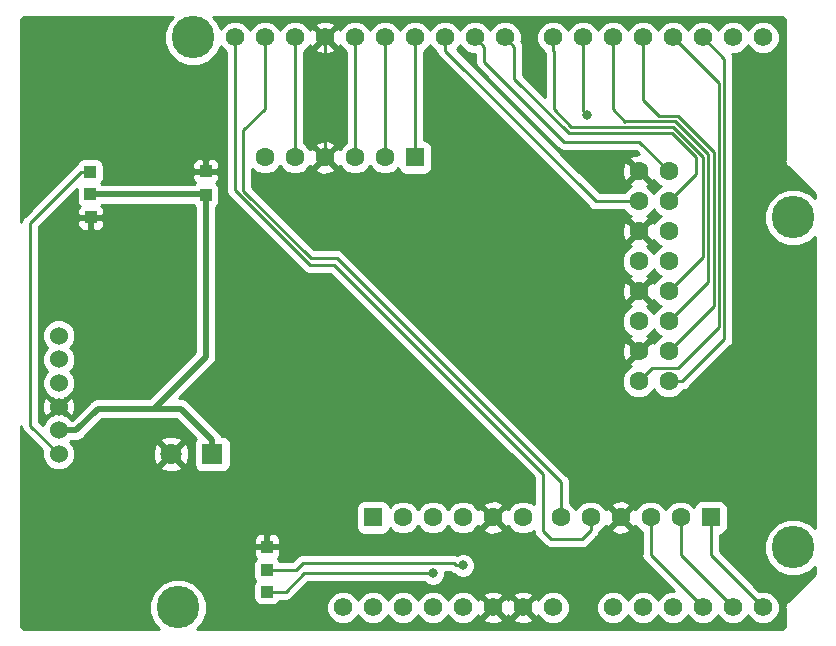
<source format=gbr>
G04 #@! TF.GenerationSoftware,KiCad,Pcbnew,(5.0.2)-1*
G04 #@! TF.CreationDate,2019-07-25T17:15:10-07:00*
G04 #@! TF.ProjectId,Arduino_uno_sheild,41726475-696e-46f5-9f75-6e6f5f736865,rev?*
G04 #@! TF.SameCoordinates,Original*
G04 #@! TF.FileFunction,Copper,L1,Top*
G04 #@! TF.FilePolarity,Positive*
%FSLAX46Y46*%
G04 Gerber Fmt 4.6, Leading zero omitted, Abs format (unit mm)*
G04 Created by KiCad (PCBNEW (5.0.2)-1) date 7/25/2019 5:15:10 PM*
%MOMM*%
%LPD*%
G01*
G04 APERTURE LIST*
G04 #@! TA.AperFunction,ComponentPad*
%ADD10C,1.524000*%
G04 #@! TD*
G04 #@! TA.AperFunction,SMDPad,CuDef*
%ADD11R,1.000000X1.000000*%
G04 #@! TD*
G04 #@! TA.AperFunction,ComponentPad*
%ADD12C,1.560000*%
G04 #@! TD*
G04 #@! TA.AperFunction,WasherPad*
%ADD13C,3.600000*%
G04 #@! TD*
G04 #@! TA.AperFunction,ComponentPad*
%ADD14C,1.600000*%
G04 #@! TD*
G04 #@! TA.AperFunction,ComponentPad*
%ADD15R,1.600000X1.600000*%
G04 #@! TD*
G04 #@! TA.AperFunction,ComponentPad*
%ADD16C,1.800000*%
G04 #@! TD*
G04 #@! TA.AperFunction,ComponentPad*
%ADD17R,1.800000X1.800000*%
G04 #@! TD*
G04 #@! TA.AperFunction,ViaPad*
%ADD18C,0.800000*%
G04 #@! TD*
G04 #@! TA.AperFunction,Conductor*
%ADD19C,0.250000*%
G04 #@! TD*
G04 #@! TA.AperFunction,Conductor*
%ADD20C,0.500000*%
G04 #@! TD*
G04 #@! TA.AperFunction,Conductor*
%ADD21C,0.254000*%
G04 #@! TD*
G04 APERTURE END LIST*
D10*
G04 #@! TO.P,J5,1*
G04 #@! TO.N,+12V*
X3860800Y15544800D03*
G04 #@! TO.P,J5,2*
G04 #@! TO.N,+5V*
X3860800Y17544800D03*
G04 #@! TO.P,J5,3*
G04 #@! TO.N,GND*
X3860800Y19544800D03*
G04 #@! TO.P,J5,4*
G04 #@! TO.N,/RX*
X3860800Y21544800D03*
G04 #@! TO.P,J5,5*
G04 #@! TO.N,/TX*
X3860800Y23544800D03*
G04 #@! TO.P,J5,6*
G04 #@! TO.N,Net-(J5-Pad6)*
X3860800Y25544800D03*
G04 #@! TD*
D11*
G04 #@! TO.P,TP8,1*
G04 #@! TO.N,GND*
X16319001Y39469999D03*
G04 #@! TD*
G04 #@! TO.P,TP7,1*
G04 #@! TO.N,+5V*
X16319500Y37465000D03*
G04 #@! TD*
G04 #@! TO.P,TP6,1*
G04 #@! TO.N,GND*
X6591300Y35560000D03*
G04 #@! TD*
G04 #@! TO.P,TP5,1*
G04 #@! TO.N,+5V*
X6527800Y37528500D03*
G04 #@! TD*
G04 #@! TO.P,TP4,1*
G04 #@! TO.N,/5V*
X21501100Y5727700D03*
G04 #@! TD*
G04 #@! TO.P,TP3,1*
G04 #@! TO.N,/3.3V*
X21501100Y3886200D03*
G04 #@! TD*
G04 #@! TO.P,TP2,1*
G04 #@! TO.N,GND*
X21501100Y7683500D03*
G04 #@! TD*
G04 #@! TO.P,TP1,1*
G04 #@! TO.N,+12V*
X6527800Y39433500D03*
G04 #@! TD*
D12*
G04 #@! TO.P,A1,31*
G04 #@! TO.N,Net-(A1-Pad31)*
X27940000Y2540000D03*
G04 #@! TO.P,A1,20*
G04 #@! TO.N,/IOREF*
X30480000Y2540000D03*
G04 #@! TO.P,A1,21*
G04 #@! TO.N,/RESET*
X33020000Y2540000D03*
G04 #@! TO.P,A1,22*
G04 #@! TO.N,/3.3V*
X35560000Y2540000D03*
G04 #@! TO.P,A1,23*
G04 #@! TO.N,/5V*
X38100000Y2540000D03*
G04 #@! TO.P,A1,24*
G04 #@! TO.N,GND*
X40640000Y2540000D03*
G04 #@! TO.P,A1,25*
X43180000Y2540000D03*
G04 #@! TO.P,A1,26*
G04 #@! TO.N,+12V*
X45720000Y2540000D03*
G04 #@! TO.P,A1,14*
G04 #@! TO.N,/A*
X50800000Y2540000D03*
G04 #@! TO.P,A1,15*
G04 #@! TO.N,/B*
X53340000Y2540000D03*
G04 #@! TO.P,A1,16*
G04 #@! TO.N,/C*
X55880000Y2540000D03*
G04 #@! TO.P,A1,17*
G04 #@! TO.N,/A3*
X58420000Y2540000D03*
G04 #@! TO.P,A1,18*
G04 #@! TO.N,/A4*
X60960000Y2540000D03*
G04 #@! TO.P,A1,19*
G04 #@! TO.N,/A5*
X63500000Y2540000D03*
G04 #@! TO.P,A1,30*
G04 #@! TO.N,/SCL*
X18796000Y50800000D03*
G04 #@! TO.P,A1,29*
G04 #@! TO.N,/SDA*
X21336000Y50800000D03*
G04 #@! TO.P,A1,28*
G04 #@! TO.N,/AREF*
X23876000Y50800000D03*
G04 #@! TO.P,A1,27*
G04 #@! TO.N,GND*
X26416000Y50800000D03*
G04 #@! TO.P,A1,13*
G04 #@! TO.N,/SCK*
X28956000Y50800000D03*
G04 #@! TO.P,A1,12*
G04 #@! TO.N,/MISO*
X31496000Y50800000D03*
G04 #@! TO.P,A1,11*
G04 #@! TO.N,/MOSI*
X34036000Y50800000D03*
G04 #@! TO.P,A1,10*
G04 #@! TO.N,/LAT*
X36576000Y50800000D03*
G04 #@! TO.P,A1,9*
G04 #@! TO.N,/OE*
X39116000Y50800000D03*
G04 #@! TO.P,A1,8*
G04 #@! TO.N,/CLK*
X41656000Y50800000D03*
G04 #@! TO.P,A1,7*
G04 #@! TO.N,/B2*
X45720000Y50800000D03*
G04 #@! TO.P,A1,6*
G04 #@! TO.N,/G2*
X48260000Y50800000D03*
G04 #@! TO.P,A1,5*
G04 #@! TO.N,/R2*
X50800000Y50800000D03*
G04 #@! TO.P,A1,4*
G04 #@! TO.N,/B1*
X53340000Y50800000D03*
G04 #@! TO.P,A1,3*
G04 #@! TO.N,/G1*
X55880000Y50800000D03*
G04 #@! TO.P,A1,2*
G04 #@! TO.N,/R1*
X58420000Y50800000D03*
G04 #@! TO.P,A1,1*
G04 #@! TO.N,/TX*
X60960000Y50800000D03*
G04 #@! TO.P,A1,0*
G04 #@! TO.N,/RX*
X63500000Y50800000D03*
D13*
G04 #@! TO.P,A1,*
G04 #@! TO.N,*
X15240000Y50800000D03*
X66040000Y35560000D03*
X66040000Y7620000D03*
X13970000Y2540000D03*
G04 #@! TD*
D14*
G04 #@! TO.P,J1,1*
G04 #@! TO.N,/R1*
X55524400Y21691600D03*
G04 #@! TO.P,J1,2*
G04 #@! TO.N,/G1*
X52984400Y21691600D03*
G04 #@! TO.P,J1,3*
G04 #@! TO.N,/B1*
X55524400Y24231600D03*
G04 #@! TO.P,J1,4*
G04 #@! TO.N,GND*
X52984400Y24231600D03*
G04 #@! TO.P,J1,5*
G04 #@! TO.N,/R2*
X55524400Y26771600D03*
G04 #@! TO.P,J1,6*
G04 #@! TO.N,/G2*
X52984400Y26771600D03*
G04 #@! TO.P,J1,7*
G04 #@! TO.N,/B2*
X55524400Y29311600D03*
G04 #@! TO.P,J1,8*
G04 #@! TO.N,GND*
X52984400Y29311600D03*
G04 #@! TO.P,J1,9*
G04 #@! TO.N,/A*
X55524400Y31851600D03*
G04 #@! TO.P,J1,10*
G04 #@! TO.N,/B*
X52984400Y31851600D03*
G04 #@! TO.P,J1,11*
G04 #@! TO.N,/C*
X55524400Y34391600D03*
G04 #@! TO.P,J1,12*
G04 #@! TO.N,GND*
X52984400Y34391600D03*
G04 #@! TO.P,J1,13*
G04 #@! TO.N,/CLK*
X55524400Y36931600D03*
G04 #@! TO.P,J1,14*
G04 #@! TO.N,/LAT*
X52984400Y36931600D03*
G04 #@! TO.P,J1,15*
G04 #@! TO.N,/OE*
X55524400Y39471600D03*
G04 #@! TO.P,J1,16*
G04 #@! TO.N,GND*
X52984400Y39471600D03*
G04 #@! TD*
G04 #@! TO.P,J2,6*
G04 #@! TO.N,/SDA*
X46355000Y10160000D03*
G04 #@! TO.P,J2,5*
G04 #@! TO.N,/SCL*
X48895000Y10160000D03*
G04 #@! TO.P,J2,4*
G04 #@! TO.N,GND*
X51435000Y10160000D03*
G04 #@! TO.P,J2,3*
G04 #@! TO.N,/A3*
X53975000Y10160000D03*
G04 #@! TO.P,J2,2*
G04 #@! TO.N,/A4*
X56515000Y10160000D03*
D15*
G04 #@! TO.P,J2,1*
G04 #@! TO.N,/A5*
X59055000Y10160000D03*
G04 #@! TD*
D14*
G04 #@! TO.P,J3,6*
G04 #@! TO.N,Net-(J3-Pad6)*
X43180000Y10160000D03*
G04 #@! TO.P,J3,5*
G04 #@! TO.N,GND*
X40640000Y10160000D03*
G04 #@! TO.P,J3,4*
G04 #@! TO.N,/5V*
X38100000Y10160000D03*
G04 #@! TO.P,J3,3*
G04 #@! TO.N,/3.3V*
X35560000Y10160000D03*
G04 #@! TO.P,J3,2*
G04 #@! TO.N,/RESET*
X33020000Y10160000D03*
D15*
G04 #@! TO.P,J3,1*
G04 #@! TO.N,/IOREF*
X30480000Y10160000D03*
G04 #@! TD*
D14*
G04 #@! TO.P,J4,6*
G04 #@! TO.N,Net-(J4-Pad6)*
X21336000Y40640000D03*
G04 #@! TO.P,J4,5*
G04 #@! TO.N,/AREF*
X23876000Y40640000D03*
G04 #@! TO.P,J4,4*
G04 #@! TO.N,GND*
X26416000Y40640000D03*
G04 #@! TO.P,J4,3*
G04 #@! TO.N,/SCK*
X28956000Y40640000D03*
G04 #@! TO.P,J4,2*
G04 #@! TO.N,/MISO*
X31496000Y40640000D03*
D15*
G04 #@! TO.P,J4,1*
G04 #@! TO.N,/MOSI*
X34036000Y40640000D03*
G04 #@! TD*
D16*
G04 #@! TO.P,J6,2*
G04 #@! TO.N,GND*
X13365600Y15544800D03*
D17*
G04 #@! TO.P,J6,1*
G04 #@! TO.N,+5V*
X16865600Y15544800D03*
G04 #@! TD*
D18*
G04 #@! TO.N,/G2*
X48564800Y44246800D03*
G04 #@! TO.N,/5V*
X38100000Y6096000D03*
G04 #@! TO.N,/3.3V*
X35560000Y5435600D03*
G04 #@! TD*
D19*
G04 #@! TO.N,/R1*
X56655770Y21691600D02*
X55524400Y21691600D01*
X60220038Y25255868D02*
X56655770Y21691600D01*
X60220038Y48999962D02*
X60220038Y25255868D01*
X58420000Y50800000D02*
X60220038Y48999962D01*
G04 #@! TO.N,/G1*
X59770029Y46909971D02*
X59770029Y26292829D01*
X55880000Y50800000D02*
X59770029Y46909971D01*
X53784399Y22491599D02*
X52984400Y21691600D01*
X54109401Y22816601D02*
X53784399Y22491599D01*
X56293801Y22816601D02*
X54109401Y22816601D01*
X59770029Y26292829D02*
X56293801Y22816601D01*
G04 #@! TO.N,/B1*
X53340000Y50800000D02*
X53340000Y45466000D01*
X54667990Y44138010D02*
X56293590Y44138010D01*
X53340000Y45466000D02*
X54667990Y44138010D01*
X56324399Y25031599D02*
X55524400Y24231600D01*
X59320020Y28027220D02*
X56324399Y25031599D01*
X59320020Y41111580D02*
X59320020Y28027220D01*
X56293590Y44138010D02*
X59320020Y41111580D01*
G04 #@! TO.N,/R2*
X56324399Y27571599D02*
X55524400Y26771600D01*
X50800000Y44704000D02*
X51823190Y43680810D01*
X51823190Y43680810D02*
X51830380Y43688000D01*
X58870010Y30117210D02*
X56324399Y27571599D01*
X51830380Y43688000D02*
X56086020Y43688000D01*
X56086020Y43688000D02*
X58870010Y40904010D01*
X50800000Y50800000D02*
X50800000Y44704000D01*
X58870010Y40904010D02*
X58870010Y30117210D01*
G04 #@! TO.N,/G2*
X48260000Y50800000D02*
X48260000Y44551600D01*
X48260000Y44551600D02*
X48564800Y44246800D01*
G04 #@! TO.N,/B2*
X45720000Y49696914D02*
X45770800Y49646114D01*
X45720000Y50800000D02*
X45720000Y49696914D01*
X45770800Y49646114D02*
X45770800Y44704000D01*
X45770800Y44704000D02*
X47244000Y43230800D01*
X55906810Y43230800D02*
X58420000Y40717610D01*
X47244000Y43230800D02*
X55906810Y43230800D01*
X58420000Y32207200D02*
X55524400Y29311600D01*
X58420000Y40717610D02*
X58420000Y32207200D01*
G04 #@! TO.N,/CLK*
X42435999Y50020001D02*
X42435999Y47276801D01*
X41656000Y50800000D02*
X42435999Y50020001D01*
X42435999Y47276801D02*
X47040800Y42672000D01*
X47040800Y42672000D02*
X55829200Y42672000D01*
X55829200Y42672000D02*
X57810400Y40690800D01*
X57810400Y39217600D02*
X55524400Y36931600D01*
X57810400Y40690800D02*
X57810400Y39217600D01*
G04 #@! TO.N,/OE*
X39895999Y50020001D02*
X39895999Y48750001D01*
X39116000Y50800000D02*
X39895999Y50020001D01*
X39895999Y48750001D02*
X46685200Y41960800D01*
X53035200Y41960800D02*
X55524400Y39471600D01*
X46685200Y41960800D02*
X53035200Y41960800D01*
G04 #@! TO.N,/LAT*
X51853030Y36931600D02*
X52984400Y36931600D01*
X49341314Y36931600D02*
X51853030Y36931600D01*
X36576000Y49696914D02*
X49341314Y36931600D01*
X36576000Y50800000D02*
X36576000Y49696914D01*
G04 #@! TO.N,/MOSI*
X34036000Y50800000D02*
X34036000Y40640000D01*
G04 #@! TO.N,/MISO*
X31496000Y49696914D02*
X31496000Y40640000D01*
X31496000Y50800000D02*
X31496000Y49696914D01*
G04 #@! TO.N,/SCK*
X28956000Y50800000D02*
X28956000Y40640000D01*
G04 #@! TO.N,GND*
X26416000Y50800000D02*
X26416000Y40640000D01*
G04 #@! TO.N,/AREF*
X23876000Y49696914D02*
X23876000Y40640000D01*
X23876000Y50800000D02*
X23876000Y49696914D01*
G04 #@! TO.N,/SDA*
X46355000Y10160000D02*
X46355000Y13182600D01*
X46355000Y13182600D02*
X27432000Y32105600D01*
X27432000Y32105600D02*
X25196800Y32105600D01*
X25196800Y32105600D02*
X19507200Y37795200D01*
X19507200Y37795200D02*
X19507200Y42926000D01*
X21336000Y44754800D02*
X21336000Y50800000D01*
X19507200Y42926000D02*
X21336000Y44754800D01*
G04 #@! TO.N,/SCL*
X18796000Y37869990D02*
X18796000Y49696914D01*
X27178000Y31546800D02*
X25119190Y31546800D01*
X48895000Y9067800D02*
X48158400Y8331200D01*
X48895000Y10160000D02*
X48895000Y9067800D01*
X18796000Y49696914D02*
X18796000Y50800000D01*
X48158400Y8331200D02*
X45567600Y8331200D01*
X45567600Y8331200D02*
X44856400Y9042400D01*
X25119190Y31546800D02*
X18796000Y37869990D01*
X44856400Y9042400D02*
X44856400Y13868400D01*
X44856400Y13868400D02*
X27178000Y31546800D01*
G04 #@! TO.N,/A5*
X59055000Y6985000D02*
X63500000Y2540000D01*
X59055000Y10160000D02*
X59055000Y6985000D01*
G04 #@! TO.N,/A4*
X56515000Y6985000D02*
X60960000Y2540000D01*
X56515000Y10160000D02*
X56515000Y6985000D01*
G04 #@! TO.N,/A3*
X53975000Y6985000D02*
X58420000Y2540000D01*
X53975000Y10160000D02*
X53975000Y6985000D01*
G04 #@! TO.N,+12V*
X5777800Y39433500D02*
X1473200Y35128900D01*
X6527800Y39433500D02*
X5777800Y39433500D01*
X1473200Y17932400D02*
X3860800Y15544800D01*
X1473200Y35128900D02*
X1473200Y17932400D01*
G04 #@! TO.N,/5V*
X37896800Y6299200D02*
X38100000Y6096000D01*
X37534315Y6096000D02*
X37331115Y6299200D01*
X38100000Y6096000D02*
X37534315Y6096000D01*
X37331115Y6299200D02*
X24536400Y6299200D01*
X23964900Y5727700D02*
X21501100Y5727700D01*
X24536400Y6299200D02*
X23964900Y5727700D01*
G04 #@! TO.N,/3.3V*
X21501100Y3886200D02*
X23088600Y3886200D01*
X24638000Y5435600D02*
X35560000Y5435600D01*
X23088600Y3886200D02*
X24638000Y5435600D01*
D20*
G04 #@! TO.N,+5V*
X3860800Y17544800D02*
X5352800Y17544800D01*
X5352800Y17544800D02*
X7162800Y19354800D01*
X16319500Y36715000D02*
X16319500Y37465000D01*
X16319500Y23768700D02*
X16319500Y36715000D01*
X11905600Y19354800D02*
X16319500Y23768700D01*
X14205600Y19354800D02*
X11734800Y19354800D01*
X16865600Y16694800D02*
X14205600Y19354800D01*
X16865600Y15544800D02*
X16865600Y16694800D01*
X7162800Y19354800D02*
X11734800Y19354800D01*
X11734800Y19354800D02*
X11905600Y19354800D01*
X16256000Y37528500D02*
X16319500Y37465000D01*
X6527800Y37528500D02*
X16256000Y37528500D01*
G04 #@! TD*
D21*
G04 #@! TO.N,GND*
G36*
X13550229Y52553838D02*
X13175707Y52179316D01*
X12805000Y51284352D01*
X12805000Y50315648D01*
X13175707Y49420684D01*
X13860684Y48735707D01*
X14755648Y48365000D01*
X15724352Y48365000D01*
X16619316Y48735707D01*
X17304293Y49420684D01*
X17570020Y50062205D01*
X17596421Y49998467D01*
X17994467Y49600421D01*
X18036001Y49583217D01*
X18036000Y37944837D01*
X18021112Y37869990D01*
X18036000Y37795143D01*
X18036000Y37795139D01*
X18080096Y37573454D01*
X18248071Y37322061D01*
X18311530Y37279659D01*
X24528860Y31062328D01*
X24571261Y30998871D01*
X24822653Y30830896D01*
X25044338Y30786800D01*
X25044342Y30786800D01*
X25119189Y30771912D01*
X25194036Y30786800D01*
X26863199Y30786800D01*
X44096401Y13553597D01*
X44096400Y11272996D01*
X43992862Y11376534D01*
X43465439Y11595000D01*
X42894561Y11595000D01*
X42367138Y11376534D01*
X41963466Y10972862D01*
X41916475Y10859417D01*
X41893864Y10914005D01*
X41647745Y10988139D01*
X40819605Y10160000D01*
X41647745Y9331861D01*
X41893864Y9405995D01*
X41914874Y9464448D01*
X41963466Y9347138D01*
X42367138Y8943466D01*
X42894561Y8725000D01*
X43465439Y8725000D01*
X43992862Y8943466D01*
X44083218Y9033822D01*
X44096400Y8967553D01*
X44096400Y8967549D01*
X44140496Y8745864D01*
X44308471Y8494471D01*
X44371930Y8452069D01*
X44977271Y7846727D01*
X45019671Y7783271D01*
X45083127Y7740871D01*
X45271062Y7615296D01*
X45319205Y7605720D01*
X45492748Y7571200D01*
X45492752Y7571200D01*
X45567600Y7556312D01*
X45642448Y7571200D01*
X48083553Y7571200D01*
X48158400Y7556312D01*
X48233247Y7571200D01*
X48233252Y7571200D01*
X48454937Y7615296D01*
X48706329Y7783271D01*
X48748731Y7846730D01*
X49379473Y8477471D01*
X49442929Y8519871D01*
X49515004Y8627738D01*
X49610904Y8771262D01*
X49639527Y8915161D01*
X49707862Y8943466D01*
X49916651Y9152255D01*
X50606861Y9152255D01*
X50680995Y8906136D01*
X51218223Y8713035D01*
X51788454Y8740222D01*
X52189005Y8906136D01*
X52263139Y9152255D01*
X51435000Y9980395D01*
X50606861Y9152255D01*
X49916651Y9152255D01*
X50111534Y9347138D01*
X50158525Y9460583D01*
X50181136Y9405995D01*
X50427255Y9331861D01*
X51255395Y10160000D01*
X50427255Y10988139D01*
X50181136Y10914005D01*
X50160126Y10855552D01*
X50111534Y10972862D01*
X49916651Y11167745D01*
X50606861Y11167745D01*
X51435000Y10339605D01*
X52263139Y11167745D01*
X52189005Y11413864D01*
X51651777Y11606965D01*
X51081546Y11579778D01*
X50680995Y11413864D01*
X50606861Y11167745D01*
X49916651Y11167745D01*
X49707862Y11376534D01*
X49180439Y11595000D01*
X48609561Y11595000D01*
X48082138Y11376534D01*
X47678466Y10972862D01*
X47625000Y10843784D01*
X47571534Y10972862D01*
X47167862Y11376534D01*
X47115000Y11398430D01*
X47115000Y13107754D01*
X47129888Y13182601D01*
X47115000Y13257448D01*
X47115000Y13257452D01*
X47070904Y13479137D01*
X46902929Y13730529D01*
X46839473Y13772929D01*
X36164025Y24448377D01*
X51537435Y24448377D01*
X51564622Y23878146D01*
X51730536Y23477595D01*
X51976655Y23403461D01*
X52804795Y24231600D01*
X51976655Y25059739D01*
X51730536Y24985605D01*
X51537435Y24448377D01*
X36164025Y24448377D01*
X31084025Y29528377D01*
X51537435Y29528377D01*
X51564622Y28958146D01*
X51730536Y28557595D01*
X51976655Y28483461D01*
X52804795Y29311600D01*
X51976655Y30139739D01*
X51730536Y30065605D01*
X51537435Y29528377D01*
X31084025Y29528377D01*
X28022331Y32590070D01*
X27979929Y32653529D01*
X27728537Y32821504D01*
X27506852Y32865600D01*
X27506847Y32865600D01*
X27432000Y32880488D01*
X27357153Y32865600D01*
X25511603Y32865600D01*
X23768826Y34608377D01*
X51537435Y34608377D01*
X51564622Y34038146D01*
X51730536Y33637595D01*
X51976655Y33563461D01*
X52804795Y34391600D01*
X51976655Y35219739D01*
X51730536Y35145605D01*
X51537435Y34608377D01*
X23768826Y34608377D01*
X20267200Y38110001D01*
X20267200Y39679404D01*
X20523138Y39423466D01*
X21050561Y39205000D01*
X21621439Y39205000D01*
X22148862Y39423466D01*
X22552534Y39827138D01*
X22606000Y39956216D01*
X22659466Y39827138D01*
X23063138Y39423466D01*
X23590561Y39205000D01*
X24161439Y39205000D01*
X24688862Y39423466D01*
X24897651Y39632255D01*
X25587861Y39632255D01*
X25661995Y39386136D01*
X26199223Y39193035D01*
X26769454Y39220222D01*
X27170005Y39386136D01*
X27244139Y39632255D01*
X26416000Y40460395D01*
X25587861Y39632255D01*
X24897651Y39632255D01*
X25092534Y39827138D01*
X25139525Y39940583D01*
X25162136Y39885995D01*
X25408255Y39811861D01*
X26236395Y40640000D01*
X25408255Y41468139D01*
X25162136Y41394005D01*
X25141126Y41335552D01*
X25092534Y41452862D01*
X24897651Y41647745D01*
X25587861Y41647745D01*
X26416000Y40819605D01*
X27244139Y41647745D01*
X27170005Y41893864D01*
X26632777Y42086965D01*
X26062546Y42059778D01*
X25661995Y41893864D01*
X25587861Y41647745D01*
X24897651Y41647745D01*
X24688862Y41856534D01*
X24636000Y41878430D01*
X24636000Y49583217D01*
X24677533Y49600421D01*
X24883857Y49806745D01*
X25602350Y49806745D01*
X25674028Y49562697D01*
X26204003Y49372940D01*
X26766252Y49400441D01*
X27157972Y49562697D01*
X27229650Y49806745D01*
X26416000Y50620395D01*
X25602350Y49806745D01*
X24883857Y49806745D01*
X25075579Y49998467D01*
X25139473Y50152722D01*
X25178697Y50058028D01*
X25422745Y49986350D01*
X26236395Y50800000D01*
X26595605Y50800000D01*
X27409255Y49986350D01*
X27653303Y50058028D01*
X27689674Y50159609D01*
X27756421Y49998467D01*
X28154467Y49600421D01*
X28196000Y49583217D01*
X28196001Y41878431D01*
X28143138Y41856534D01*
X27739466Y41452862D01*
X27692475Y41339417D01*
X27669864Y41394005D01*
X27423745Y41468139D01*
X26595605Y40640000D01*
X27423745Y39811861D01*
X27669864Y39885995D01*
X27690874Y39944448D01*
X27739466Y39827138D01*
X28143138Y39423466D01*
X28670561Y39205000D01*
X29241439Y39205000D01*
X29768862Y39423466D01*
X30172534Y39827138D01*
X30226000Y39956216D01*
X30279466Y39827138D01*
X30683138Y39423466D01*
X31210561Y39205000D01*
X31781439Y39205000D01*
X32308862Y39423466D01*
X32611262Y39725866D01*
X32637843Y39592235D01*
X32778191Y39382191D01*
X32988235Y39241843D01*
X33236000Y39192560D01*
X34836000Y39192560D01*
X35083765Y39241843D01*
X35293809Y39382191D01*
X35434157Y39592235D01*
X35483440Y39840000D01*
X35483440Y41440000D01*
X35434157Y41687765D01*
X35293809Y41897809D01*
X35083765Y42038157D01*
X34836000Y42087440D01*
X34796000Y42087440D01*
X34796000Y49583217D01*
X34837533Y49600421D01*
X35235579Y49998467D01*
X35306000Y50168478D01*
X35376421Y49998467D01*
X35774467Y49600421D01*
X35824422Y49579729D01*
X35860097Y49400377D01*
X35924429Y49304098D01*
X36028072Y49148985D01*
X36091528Y49106585D01*
X48750985Y36447127D01*
X48793385Y36383671D01*
X49044777Y36215696D01*
X49266462Y36171600D01*
X49266466Y36171600D01*
X49341313Y36156712D01*
X49416160Y36171600D01*
X51745970Y36171600D01*
X51767866Y36118738D01*
X52171538Y35715066D01*
X52284983Y35668075D01*
X52230395Y35645464D01*
X52156261Y35399345D01*
X52984400Y34571205D01*
X53812539Y35399345D01*
X53738405Y35645464D01*
X53679952Y35666474D01*
X53797262Y35715066D01*
X54200934Y36118738D01*
X54254400Y36247816D01*
X54307866Y36118738D01*
X54711538Y35715066D01*
X54840616Y35661600D01*
X54711538Y35608134D01*
X54307866Y35204462D01*
X54260875Y35091017D01*
X54238264Y35145605D01*
X53992145Y35219739D01*
X53164005Y34391600D01*
X53992145Y33563461D01*
X54238264Y33637595D01*
X54259274Y33696048D01*
X54307866Y33578738D01*
X54711538Y33175066D01*
X54840616Y33121600D01*
X54711538Y33068134D01*
X54307866Y32664462D01*
X54254400Y32535384D01*
X54200934Y32664462D01*
X53797262Y33068134D01*
X53683817Y33115125D01*
X53738405Y33137736D01*
X53812539Y33383855D01*
X52984400Y34211995D01*
X52156261Y33383855D01*
X52230395Y33137736D01*
X52288848Y33116726D01*
X52171538Y33068134D01*
X51767866Y32664462D01*
X51549400Y32137039D01*
X51549400Y31566161D01*
X51767866Y31038738D01*
X52171538Y30635066D01*
X52284983Y30588075D01*
X52230395Y30565464D01*
X52156261Y30319345D01*
X52984400Y29491205D01*
X53812539Y30319345D01*
X53738405Y30565464D01*
X53679952Y30586474D01*
X53797262Y30635066D01*
X54200934Y31038738D01*
X54254400Y31167816D01*
X54307866Y31038738D01*
X54711538Y30635066D01*
X54840616Y30581600D01*
X54711538Y30528134D01*
X54307866Y30124462D01*
X54260875Y30011017D01*
X54238264Y30065605D01*
X53992145Y30139739D01*
X53164005Y29311600D01*
X53992145Y28483461D01*
X54238264Y28557595D01*
X54259274Y28616048D01*
X54307866Y28498738D01*
X54711538Y28095066D01*
X54840616Y28041600D01*
X54711538Y27988134D01*
X54307866Y27584462D01*
X54254400Y27455384D01*
X54200934Y27584462D01*
X53797262Y27988134D01*
X53683817Y28035125D01*
X53738405Y28057736D01*
X53812539Y28303855D01*
X52984400Y29131995D01*
X52156261Y28303855D01*
X52230395Y28057736D01*
X52288848Y28036726D01*
X52171538Y27988134D01*
X51767866Y27584462D01*
X51549400Y27057039D01*
X51549400Y26486161D01*
X51767866Y25958738D01*
X52171538Y25555066D01*
X52284983Y25508075D01*
X52230395Y25485464D01*
X52156261Y25239345D01*
X52984400Y24411205D01*
X53812539Y25239345D01*
X53738405Y25485464D01*
X53679952Y25506474D01*
X53797262Y25555066D01*
X54200934Y25958738D01*
X54254400Y26087816D01*
X54307866Y25958738D01*
X54711538Y25555066D01*
X54840616Y25501600D01*
X54711538Y25448134D01*
X54307866Y25044462D01*
X54260875Y24931017D01*
X54238264Y24985605D01*
X53992145Y25059739D01*
X53164005Y24231600D01*
X53178148Y24217458D01*
X52998542Y24037852D01*
X52984400Y24051995D01*
X52156261Y23223855D01*
X52230395Y22977736D01*
X52288848Y22956726D01*
X52171538Y22908134D01*
X51767866Y22504462D01*
X51549400Y21977039D01*
X51549400Y21406161D01*
X51767866Y20878738D01*
X52171538Y20475066D01*
X52698961Y20256600D01*
X53269839Y20256600D01*
X53797262Y20475066D01*
X54200934Y20878738D01*
X54254400Y21007816D01*
X54307866Y20878738D01*
X54711538Y20475066D01*
X55238961Y20256600D01*
X55809839Y20256600D01*
X56337262Y20475066D01*
X56740934Y20878738D01*
X56765722Y20938582D01*
X56952307Y20975696D01*
X57203699Y21143671D01*
X57246101Y21207130D01*
X60704511Y24665539D01*
X60767967Y24707939D01*
X60935942Y24959331D01*
X60980038Y25181016D01*
X60980038Y25181020D01*
X60994926Y25255867D01*
X60980038Y25330714D01*
X60980038Y48925116D01*
X60994926Y48999963D01*
X60980038Y49074810D01*
X60980038Y49074814D01*
X60935942Y49296499D01*
X60876807Y49385000D01*
X61241461Y49385000D01*
X61761533Y49600421D01*
X62159579Y49998467D01*
X62230000Y50168478D01*
X62300421Y49998467D01*
X62698467Y49600421D01*
X63218539Y49385000D01*
X63781461Y49385000D01*
X64301533Y49600421D01*
X64699579Y49998467D01*
X64915000Y50518539D01*
X64915000Y51081461D01*
X64699579Y51601533D01*
X64301533Y51999579D01*
X63781461Y52215000D01*
X63218539Y52215000D01*
X62698467Y51999579D01*
X62300421Y51601533D01*
X62230000Y51431522D01*
X62159579Y51601533D01*
X61761533Y51999579D01*
X61241461Y52215000D01*
X60678539Y52215000D01*
X60158467Y51999579D01*
X59760421Y51601533D01*
X59690000Y51431522D01*
X59619579Y51601533D01*
X59221533Y51999579D01*
X58701461Y52215000D01*
X58138539Y52215000D01*
X57618467Y51999579D01*
X57220421Y51601533D01*
X57150000Y51431522D01*
X57079579Y51601533D01*
X56681533Y51999579D01*
X56161461Y52215000D01*
X55598539Y52215000D01*
X55078467Y51999579D01*
X54680421Y51601533D01*
X54610000Y51431522D01*
X54539579Y51601533D01*
X54141533Y51999579D01*
X53621461Y52215000D01*
X53058539Y52215000D01*
X52538467Y51999579D01*
X52140421Y51601533D01*
X52070000Y51431522D01*
X51999579Y51601533D01*
X51601533Y51999579D01*
X51081461Y52215000D01*
X50518539Y52215000D01*
X49998467Y51999579D01*
X49600421Y51601533D01*
X49530000Y51431522D01*
X49459579Y51601533D01*
X49061533Y51999579D01*
X48541461Y52215000D01*
X47978539Y52215000D01*
X47458467Y51999579D01*
X47060421Y51601533D01*
X46990000Y51431522D01*
X46919579Y51601533D01*
X46521533Y51999579D01*
X46001461Y52215000D01*
X45438539Y52215000D01*
X44918467Y51999579D01*
X44520421Y51601533D01*
X44305000Y51081461D01*
X44305000Y50518539D01*
X44520421Y49998467D01*
X44918467Y49600421D01*
X44968422Y49579729D01*
X45004097Y49400377D01*
X45010800Y49390345D01*
X45010801Y45776801D01*
X43195999Y47591602D01*
X43195999Y49945155D01*
X43210887Y50020002D01*
X43195999Y50094849D01*
X43195999Y50094853D01*
X43151903Y50316538D01*
X43050308Y50468585D01*
X43071000Y50518539D01*
X43071000Y51081461D01*
X42855579Y51601533D01*
X42457533Y51999579D01*
X41937461Y52215000D01*
X41374539Y52215000D01*
X40854467Y51999579D01*
X40456421Y51601533D01*
X40386000Y51431522D01*
X40315579Y51601533D01*
X39917533Y51999579D01*
X39397461Y52215000D01*
X38834539Y52215000D01*
X38314467Y51999579D01*
X37916421Y51601533D01*
X37846000Y51431522D01*
X37775579Y51601533D01*
X37377533Y51999579D01*
X36857461Y52215000D01*
X36294539Y52215000D01*
X35774467Y51999579D01*
X35376421Y51601533D01*
X35306000Y51431522D01*
X35235579Y51601533D01*
X34837533Y51999579D01*
X34317461Y52215000D01*
X33754539Y52215000D01*
X33234467Y51999579D01*
X32836421Y51601533D01*
X32766000Y51431522D01*
X32695579Y51601533D01*
X32297533Y51999579D01*
X31777461Y52215000D01*
X31214539Y52215000D01*
X30694467Y51999579D01*
X30296421Y51601533D01*
X30226000Y51431522D01*
X30155579Y51601533D01*
X29757533Y51999579D01*
X29237461Y52215000D01*
X28674539Y52215000D01*
X28154467Y51999579D01*
X27756421Y51601533D01*
X27692527Y51447278D01*
X27653303Y51541972D01*
X27409255Y51613650D01*
X26595605Y50800000D01*
X26236395Y50800000D01*
X25422745Y51613650D01*
X25178697Y51541972D01*
X25142326Y51440391D01*
X25075579Y51601533D01*
X24883857Y51793255D01*
X25602350Y51793255D01*
X26416000Y50979605D01*
X27229650Y51793255D01*
X27157972Y52037303D01*
X26627997Y52227060D01*
X26065748Y52199559D01*
X25674028Y52037303D01*
X25602350Y51793255D01*
X24883857Y51793255D01*
X24677533Y51999579D01*
X24157461Y52215000D01*
X23594539Y52215000D01*
X23074467Y51999579D01*
X22676421Y51601533D01*
X22606000Y51431522D01*
X22535579Y51601533D01*
X22137533Y51999579D01*
X21617461Y52215000D01*
X21054539Y52215000D01*
X20534467Y51999579D01*
X20136421Y51601533D01*
X20066000Y51431522D01*
X19995579Y51601533D01*
X19597533Y51999579D01*
X19077461Y52215000D01*
X18514539Y52215000D01*
X17994467Y51999579D01*
X17596421Y51601533D01*
X17570020Y51537795D01*
X17304293Y52179316D01*
X16933088Y52550521D01*
X65132252Y52503267D01*
X65330000Y52325293D01*
X65330001Y40455929D01*
X65316091Y40386000D01*
X65364453Y40142871D01*
X65371196Y40108972D01*
X65528120Y39874119D01*
X65587402Y39834508D01*
X67870000Y37551909D01*
X67870000Y37173609D01*
X67419316Y37624293D01*
X66524352Y37995000D01*
X65555648Y37995000D01*
X64660684Y37624293D01*
X63975707Y36939316D01*
X63605000Y36044352D01*
X63605000Y35075648D01*
X63975707Y34180684D01*
X64660684Y33495707D01*
X65555648Y33125000D01*
X66524352Y33125000D01*
X67419316Y33495707D01*
X67870000Y33946391D01*
X67870001Y9233608D01*
X67419316Y9684293D01*
X66524352Y10055000D01*
X65555648Y10055000D01*
X64660684Y9684293D01*
X63975707Y8999316D01*
X63605000Y8104352D01*
X63605000Y7135648D01*
X63975707Y6240684D01*
X64660684Y5555707D01*
X65555648Y5185000D01*
X66524352Y5185000D01*
X67419316Y5555707D01*
X67870001Y6006392D01*
X67870001Y5374092D01*
X65587402Y3091492D01*
X65528119Y3051880D01*
X65371195Y2817027D01*
X65365430Y2788043D01*
X65316091Y2540000D01*
X65330000Y2470075D01*
X65330001Y887707D01*
X65132549Y710000D01*
X15583609Y710000D01*
X16034293Y1160684D01*
X16405000Y2055648D01*
X16405000Y3024352D01*
X16034293Y3919316D01*
X15349316Y4604293D01*
X14454352Y4975000D01*
X13485648Y4975000D01*
X12590684Y4604293D01*
X11905707Y3919316D01*
X11535000Y3024352D01*
X11535000Y2055648D01*
X11905707Y1160684D01*
X12356391Y710000D01*
X929091Y710000D01*
X710000Y929091D01*
X710000Y6227700D01*
X20353660Y6227700D01*
X20353660Y5227700D01*
X20402943Y4979935D01*
X20518529Y4806950D01*
X20402943Y4633965D01*
X20353660Y4386200D01*
X20353660Y3386200D01*
X20402943Y3138435D01*
X20543291Y2928391D01*
X20753335Y2788043D01*
X21001100Y2738760D01*
X22001100Y2738760D01*
X22248865Y2788043D01*
X22298878Y2821461D01*
X26525000Y2821461D01*
X26525000Y2258539D01*
X26740421Y1738467D01*
X27138467Y1340421D01*
X27658539Y1125000D01*
X28221461Y1125000D01*
X28741533Y1340421D01*
X29139579Y1738467D01*
X29210000Y1908478D01*
X29280421Y1738467D01*
X29678467Y1340421D01*
X30198539Y1125000D01*
X30761461Y1125000D01*
X31281533Y1340421D01*
X31679579Y1738467D01*
X31750000Y1908478D01*
X31820421Y1738467D01*
X32218467Y1340421D01*
X32738539Y1125000D01*
X33301461Y1125000D01*
X33821533Y1340421D01*
X34219579Y1738467D01*
X34290000Y1908478D01*
X34360421Y1738467D01*
X34758467Y1340421D01*
X35278539Y1125000D01*
X35841461Y1125000D01*
X36361533Y1340421D01*
X36759579Y1738467D01*
X36830000Y1908478D01*
X36900421Y1738467D01*
X37298467Y1340421D01*
X37818539Y1125000D01*
X38381461Y1125000D01*
X38901533Y1340421D01*
X39107857Y1546745D01*
X39826350Y1546745D01*
X39898028Y1302697D01*
X40428003Y1112940D01*
X40990252Y1140441D01*
X41381972Y1302697D01*
X41453650Y1546745D01*
X42366350Y1546745D01*
X42438028Y1302697D01*
X42968003Y1112940D01*
X43530252Y1140441D01*
X43921972Y1302697D01*
X43993650Y1546745D01*
X43180000Y2360395D01*
X42366350Y1546745D01*
X41453650Y1546745D01*
X40640000Y2360395D01*
X39826350Y1546745D01*
X39107857Y1546745D01*
X39299579Y1738467D01*
X39363473Y1892722D01*
X39402697Y1798028D01*
X39646745Y1726350D01*
X40460395Y2540000D01*
X40819605Y2540000D01*
X41633255Y1726350D01*
X41877303Y1798028D01*
X41907622Y1882706D01*
X41942697Y1798028D01*
X42186745Y1726350D01*
X43000395Y2540000D01*
X43359605Y2540000D01*
X44173255Y1726350D01*
X44417303Y1798028D01*
X44453674Y1899609D01*
X44520421Y1738467D01*
X44918467Y1340421D01*
X45438539Y1125000D01*
X46001461Y1125000D01*
X46521533Y1340421D01*
X46919579Y1738467D01*
X47135000Y2258539D01*
X47135000Y2821461D01*
X49385000Y2821461D01*
X49385000Y2258539D01*
X49600421Y1738467D01*
X49998467Y1340421D01*
X50518539Y1125000D01*
X51081461Y1125000D01*
X51601533Y1340421D01*
X51999579Y1738467D01*
X52070000Y1908478D01*
X52140421Y1738467D01*
X52538467Y1340421D01*
X53058539Y1125000D01*
X53621461Y1125000D01*
X54141533Y1340421D01*
X54539579Y1738467D01*
X54610000Y1908478D01*
X54680421Y1738467D01*
X55078467Y1340421D01*
X55598539Y1125000D01*
X56161461Y1125000D01*
X56681533Y1340421D01*
X57079579Y1738467D01*
X57150000Y1908478D01*
X57220421Y1738467D01*
X57618467Y1340421D01*
X58138539Y1125000D01*
X58701461Y1125000D01*
X59221533Y1340421D01*
X59619579Y1738467D01*
X59690000Y1908478D01*
X59760421Y1738467D01*
X60158467Y1340421D01*
X60678539Y1125000D01*
X61241461Y1125000D01*
X61761533Y1340421D01*
X62159579Y1738467D01*
X62230000Y1908478D01*
X62300421Y1738467D01*
X62698467Y1340421D01*
X63218539Y1125000D01*
X63781461Y1125000D01*
X64301533Y1340421D01*
X64699579Y1738467D01*
X64915000Y2258539D01*
X64915000Y2821461D01*
X64699579Y3341533D01*
X64301533Y3739579D01*
X63781461Y3955000D01*
X63218539Y3955000D01*
X63177006Y3937796D01*
X59815000Y7299801D01*
X59815000Y8712560D01*
X59855000Y8712560D01*
X60102765Y8761843D01*
X60312809Y8902191D01*
X60453157Y9112235D01*
X60502440Y9360000D01*
X60502440Y10960000D01*
X60453157Y11207765D01*
X60312809Y11417809D01*
X60102765Y11558157D01*
X59855000Y11607440D01*
X58255000Y11607440D01*
X58007235Y11558157D01*
X57797191Y11417809D01*
X57656843Y11207765D01*
X57630262Y11074134D01*
X57327862Y11376534D01*
X56800439Y11595000D01*
X56229561Y11595000D01*
X55702138Y11376534D01*
X55298466Y10972862D01*
X55245000Y10843784D01*
X55191534Y10972862D01*
X54787862Y11376534D01*
X54260439Y11595000D01*
X53689561Y11595000D01*
X53162138Y11376534D01*
X52758466Y10972862D01*
X52711475Y10859417D01*
X52688864Y10914005D01*
X52442745Y10988139D01*
X51614605Y10160000D01*
X52442745Y9331861D01*
X52688864Y9405995D01*
X52709874Y9464448D01*
X52758466Y9347138D01*
X53162138Y8943466D01*
X53215000Y8921570D01*
X53215001Y7059852D01*
X53200112Y6985000D01*
X53259097Y6688463D01*
X53321055Y6595737D01*
X53427072Y6437071D01*
X53490528Y6394671D01*
X55930198Y3955000D01*
X55598539Y3955000D01*
X55078467Y3739579D01*
X54680421Y3341533D01*
X54610000Y3171522D01*
X54539579Y3341533D01*
X54141533Y3739579D01*
X53621461Y3955000D01*
X53058539Y3955000D01*
X52538467Y3739579D01*
X52140421Y3341533D01*
X52070000Y3171522D01*
X51999579Y3341533D01*
X51601533Y3739579D01*
X51081461Y3955000D01*
X50518539Y3955000D01*
X49998467Y3739579D01*
X49600421Y3341533D01*
X49385000Y2821461D01*
X47135000Y2821461D01*
X46919579Y3341533D01*
X46521533Y3739579D01*
X46001461Y3955000D01*
X45438539Y3955000D01*
X44918467Y3739579D01*
X44520421Y3341533D01*
X44456527Y3187278D01*
X44417303Y3281972D01*
X44173255Y3353650D01*
X43359605Y2540000D01*
X43000395Y2540000D01*
X42186745Y3353650D01*
X41942697Y3281972D01*
X41912378Y3197294D01*
X41877303Y3281972D01*
X41633255Y3353650D01*
X40819605Y2540000D01*
X40460395Y2540000D01*
X39646745Y3353650D01*
X39402697Y3281972D01*
X39366326Y3180391D01*
X39299579Y3341533D01*
X39107857Y3533255D01*
X39826350Y3533255D01*
X40640000Y2719605D01*
X41453650Y3533255D01*
X42366350Y3533255D01*
X43180000Y2719605D01*
X43993650Y3533255D01*
X43921972Y3777303D01*
X43391997Y3967060D01*
X42829748Y3939559D01*
X42438028Y3777303D01*
X42366350Y3533255D01*
X41453650Y3533255D01*
X41381972Y3777303D01*
X40851997Y3967060D01*
X40289748Y3939559D01*
X39898028Y3777303D01*
X39826350Y3533255D01*
X39107857Y3533255D01*
X38901533Y3739579D01*
X38381461Y3955000D01*
X37818539Y3955000D01*
X37298467Y3739579D01*
X36900421Y3341533D01*
X36830000Y3171522D01*
X36759579Y3341533D01*
X36361533Y3739579D01*
X35841461Y3955000D01*
X35278539Y3955000D01*
X34758467Y3739579D01*
X34360421Y3341533D01*
X34290000Y3171522D01*
X34219579Y3341533D01*
X33821533Y3739579D01*
X33301461Y3955000D01*
X32738539Y3955000D01*
X32218467Y3739579D01*
X31820421Y3341533D01*
X31750000Y3171522D01*
X31679579Y3341533D01*
X31281533Y3739579D01*
X30761461Y3955000D01*
X30198539Y3955000D01*
X29678467Y3739579D01*
X29280421Y3341533D01*
X29210000Y3171522D01*
X29139579Y3341533D01*
X28741533Y3739579D01*
X28221461Y3955000D01*
X27658539Y3955000D01*
X27138467Y3739579D01*
X26740421Y3341533D01*
X26525000Y2821461D01*
X22298878Y2821461D01*
X22458909Y2928391D01*
X22591082Y3126200D01*
X23013753Y3126200D01*
X23088600Y3111312D01*
X23163447Y3126200D01*
X23163452Y3126200D01*
X23385137Y3170296D01*
X23636529Y3338271D01*
X23678931Y3401730D01*
X24952803Y4675600D01*
X34856289Y4675600D01*
X34973720Y4558169D01*
X35354126Y4400600D01*
X35765874Y4400600D01*
X36146280Y4558169D01*
X36437431Y4849320D01*
X36595000Y5229726D01*
X36595000Y5539200D01*
X36999662Y5539200D01*
X37237778Y5380096D01*
X37380603Y5351686D01*
X37513720Y5218569D01*
X37894126Y5061000D01*
X38305874Y5061000D01*
X38686280Y5218569D01*
X38977431Y5509720D01*
X39135000Y5890126D01*
X39135000Y6301874D01*
X38977431Y6682280D01*
X38686280Y6973431D01*
X38305874Y7131000D01*
X37894126Y7131000D01*
X37627317Y7020484D01*
X37613960Y7017828D01*
X37405967Y7059200D01*
X37405962Y7059200D01*
X37331115Y7074088D01*
X37256268Y7059200D01*
X24611246Y7059200D01*
X24536399Y7074088D01*
X24461552Y7059200D01*
X24461548Y7059200D01*
X24239863Y7015104D01*
X23988471Y6847129D01*
X23946071Y6783673D01*
X23650099Y6487700D01*
X22591082Y6487700D01*
X22458909Y6685509D01*
X22424276Y6708650D01*
X22539427Y6823802D01*
X22636100Y7057191D01*
X22636100Y7397750D01*
X22477350Y7556500D01*
X21628100Y7556500D01*
X21628100Y7536500D01*
X21374100Y7536500D01*
X21374100Y7556500D01*
X20524850Y7556500D01*
X20366100Y7397750D01*
X20366100Y7057191D01*
X20462773Y6823802D01*
X20577924Y6708650D01*
X20543291Y6685509D01*
X20402943Y6475465D01*
X20353660Y6227700D01*
X710000Y6227700D01*
X710000Y8309809D01*
X20366100Y8309809D01*
X20366100Y7969250D01*
X20524850Y7810500D01*
X21374100Y7810500D01*
X21374100Y8659750D01*
X21628100Y8659750D01*
X21628100Y7810500D01*
X22477350Y7810500D01*
X22636100Y7969250D01*
X22636100Y8309809D01*
X22539427Y8543198D01*
X22360799Y8721827D01*
X22127410Y8818500D01*
X21786850Y8818500D01*
X21628100Y8659750D01*
X21374100Y8659750D01*
X21215350Y8818500D01*
X20874790Y8818500D01*
X20641401Y8721827D01*
X20462773Y8543198D01*
X20366100Y8309809D01*
X710000Y8309809D01*
X710000Y10960000D01*
X29032560Y10960000D01*
X29032560Y9360000D01*
X29081843Y9112235D01*
X29222191Y8902191D01*
X29432235Y8761843D01*
X29680000Y8712560D01*
X31280000Y8712560D01*
X31527765Y8761843D01*
X31737809Y8902191D01*
X31878157Y9112235D01*
X31904738Y9245866D01*
X32207138Y8943466D01*
X32734561Y8725000D01*
X33305439Y8725000D01*
X33832862Y8943466D01*
X34236534Y9347138D01*
X34290000Y9476216D01*
X34343466Y9347138D01*
X34747138Y8943466D01*
X35274561Y8725000D01*
X35845439Y8725000D01*
X36372862Y8943466D01*
X36776534Y9347138D01*
X36830000Y9476216D01*
X36883466Y9347138D01*
X37287138Y8943466D01*
X37814561Y8725000D01*
X38385439Y8725000D01*
X38912862Y8943466D01*
X39121651Y9152255D01*
X39811861Y9152255D01*
X39885995Y8906136D01*
X40423223Y8713035D01*
X40993454Y8740222D01*
X41394005Y8906136D01*
X41468139Y9152255D01*
X40640000Y9980395D01*
X39811861Y9152255D01*
X39121651Y9152255D01*
X39316534Y9347138D01*
X39363525Y9460583D01*
X39386136Y9405995D01*
X39632255Y9331861D01*
X40460395Y10160000D01*
X39632255Y10988139D01*
X39386136Y10914005D01*
X39365126Y10855552D01*
X39316534Y10972862D01*
X39121651Y11167745D01*
X39811861Y11167745D01*
X40640000Y10339605D01*
X41468139Y11167745D01*
X41394005Y11413864D01*
X40856777Y11606965D01*
X40286546Y11579778D01*
X39885995Y11413864D01*
X39811861Y11167745D01*
X39121651Y11167745D01*
X38912862Y11376534D01*
X38385439Y11595000D01*
X37814561Y11595000D01*
X37287138Y11376534D01*
X36883466Y10972862D01*
X36830000Y10843784D01*
X36776534Y10972862D01*
X36372862Y11376534D01*
X35845439Y11595000D01*
X35274561Y11595000D01*
X34747138Y11376534D01*
X34343466Y10972862D01*
X34290000Y10843784D01*
X34236534Y10972862D01*
X33832862Y11376534D01*
X33305439Y11595000D01*
X32734561Y11595000D01*
X32207138Y11376534D01*
X31904738Y11074134D01*
X31878157Y11207765D01*
X31737809Y11417809D01*
X31527765Y11558157D01*
X31280000Y11607440D01*
X29680000Y11607440D01*
X29432235Y11558157D01*
X29222191Y11417809D01*
X29081843Y11207765D01*
X29032560Y10960000D01*
X710000Y10960000D01*
X710000Y17873641D01*
X713201Y17857548D01*
X757297Y17635863D01*
X925272Y17384471D01*
X988728Y17342071D01*
X2476780Y15854018D01*
X2463800Y15822681D01*
X2463800Y15266919D01*
X2676480Y14753463D01*
X3069463Y14360480D01*
X3582919Y14147800D01*
X4138681Y14147800D01*
X4652137Y14360480D01*
X4756298Y14464641D01*
X12465046Y14464641D01*
X12551452Y14208157D01*
X13124936Y13998342D01*
X13735060Y14023961D01*
X14179748Y14208157D01*
X14266154Y14464641D01*
X13365600Y15365195D01*
X12465046Y14464641D01*
X4756298Y14464641D01*
X5045120Y14753463D01*
X5257800Y15266919D01*
X5257800Y15785464D01*
X11819142Y15785464D01*
X11844761Y15175340D01*
X12028957Y14730652D01*
X12285441Y14644246D01*
X13185995Y15544800D01*
X13545205Y15544800D01*
X14445759Y14644246D01*
X14702243Y14730652D01*
X14912058Y15304136D01*
X14886439Y15914260D01*
X14702243Y16358948D01*
X14445759Y16445354D01*
X13545205Y15544800D01*
X13185995Y15544800D01*
X12285441Y16445354D01*
X12028957Y16358948D01*
X11819142Y15785464D01*
X5257800Y15785464D01*
X5257800Y15822681D01*
X5045120Y16336137D01*
X4836457Y16544800D01*
X4916616Y16624959D01*
X12465046Y16624959D01*
X13365600Y15724405D01*
X14266154Y16624959D01*
X14179748Y16881443D01*
X13606264Y17091258D01*
X12996140Y17065639D01*
X12551452Y16881443D01*
X12465046Y16624959D01*
X4916616Y16624959D01*
X4951457Y16659800D01*
X5265639Y16659800D01*
X5352800Y16642463D01*
X5439961Y16659800D01*
X5439965Y16659800D01*
X5698110Y16711148D01*
X5990849Y16906751D01*
X6040225Y16980647D01*
X7529379Y18469800D01*
X11818439Y18469800D01*
X11905600Y18452463D01*
X11992761Y18469800D01*
X13839022Y18469800D01*
X15467104Y16841717D01*
X15367443Y16692565D01*
X15318160Y16444800D01*
X15318160Y14644800D01*
X15367443Y14397035D01*
X15507791Y14186991D01*
X15717835Y14046643D01*
X15965600Y13997360D01*
X17765600Y13997360D01*
X18013365Y14046643D01*
X18223409Y14186991D01*
X18363757Y14397035D01*
X18413040Y14644800D01*
X18413040Y16444800D01*
X18363757Y16692565D01*
X18223409Y16902609D01*
X18013365Y17042957D01*
X17765600Y17092240D01*
X17664420Y17092240D01*
X17503649Y17332849D01*
X17429756Y17382223D01*
X14893024Y19918954D01*
X14843649Y19992849D01*
X14550910Y20188452D01*
X14292765Y20239800D01*
X14292761Y20239800D01*
X14205600Y20257137D01*
X14118439Y20239800D01*
X14042178Y20239800D01*
X16883656Y23081277D01*
X16957549Y23130651D01*
X17008900Y23207502D01*
X17139836Y23403461D01*
X17153152Y23423390D01*
X17204500Y23681535D01*
X17204500Y23681539D01*
X17221837Y23768699D01*
X17204500Y23855859D01*
X17204500Y36458541D01*
X17277309Y36507191D01*
X17417657Y36717235D01*
X17466940Y36965000D01*
X17466940Y37965000D01*
X17417657Y38212765D01*
X17277309Y38422809D01*
X17212884Y38465857D01*
X17357328Y38610300D01*
X17454001Y38843689D01*
X17454001Y39184249D01*
X17295251Y39342999D01*
X16446001Y39342999D01*
X16446001Y39322999D01*
X16192001Y39322999D01*
X16192001Y39342999D01*
X15342751Y39342999D01*
X15184001Y39184249D01*
X15184001Y38843689D01*
X15280674Y38610300D01*
X15425518Y38465457D01*
X15361691Y38422809D01*
X15355471Y38413500D01*
X7534259Y38413500D01*
X7489156Y38481000D01*
X7625957Y38685735D01*
X7675240Y38933500D01*
X7675240Y39933500D01*
X7642856Y40096309D01*
X15184001Y40096309D01*
X15184001Y39755749D01*
X15342751Y39596999D01*
X16192001Y39596999D01*
X16192001Y40446249D01*
X16446001Y40446249D01*
X16446001Y39596999D01*
X17295251Y39596999D01*
X17454001Y39755749D01*
X17454001Y40096309D01*
X17357328Y40329698D01*
X17178699Y40508326D01*
X16945310Y40604999D01*
X16604751Y40604999D01*
X16446001Y40446249D01*
X16192001Y40446249D01*
X16033251Y40604999D01*
X15692692Y40604999D01*
X15459303Y40508326D01*
X15280674Y40329698D01*
X15184001Y40096309D01*
X7642856Y40096309D01*
X7625957Y40181265D01*
X7485609Y40391309D01*
X7275565Y40531657D01*
X7027800Y40580940D01*
X6027800Y40580940D01*
X5780035Y40531657D01*
X5569991Y40391309D01*
X5429643Y40181265D01*
X5414422Y40104743D01*
X5395458Y40092071D01*
X5229871Y39981429D01*
X5187471Y39917973D01*
X988730Y35719231D01*
X925271Y35676829D01*
X757296Y35425436D01*
X713200Y35203751D01*
X713200Y35203747D01*
X710000Y35187659D01*
X710000Y52388794D01*
X907155Y52566233D01*
X13550229Y52553838D01*
X13550229Y52553838D01*
G37*
X13550229Y52553838D02*
X13175707Y52179316D01*
X12805000Y51284352D01*
X12805000Y50315648D01*
X13175707Y49420684D01*
X13860684Y48735707D01*
X14755648Y48365000D01*
X15724352Y48365000D01*
X16619316Y48735707D01*
X17304293Y49420684D01*
X17570020Y50062205D01*
X17596421Y49998467D01*
X17994467Y49600421D01*
X18036001Y49583217D01*
X18036000Y37944837D01*
X18021112Y37869990D01*
X18036000Y37795143D01*
X18036000Y37795139D01*
X18080096Y37573454D01*
X18248071Y37322061D01*
X18311530Y37279659D01*
X24528860Y31062328D01*
X24571261Y30998871D01*
X24822653Y30830896D01*
X25044338Y30786800D01*
X25044342Y30786800D01*
X25119189Y30771912D01*
X25194036Y30786800D01*
X26863199Y30786800D01*
X44096401Y13553597D01*
X44096400Y11272996D01*
X43992862Y11376534D01*
X43465439Y11595000D01*
X42894561Y11595000D01*
X42367138Y11376534D01*
X41963466Y10972862D01*
X41916475Y10859417D01*
X41893864Y10914005D01*
X41647745Y10988139D01*
X40819605Y10160000D01*
X41647745Y9331861D01*
X41893864Y9405995D01*
X41914874Y9464448D01*
X41963466Y9347138D01*
X42367138Y8943466D01*
X42894561Y8725000D01*
X43465439Y8725000D01*
X43992862Y8943466D01*
X44083218Y9033822D01*
X44096400Y8967553D01*
X44096400Y8967549D01*
X44140496Y8745864D01*
X44308471Y8494471D01*
X44371930Y8452069D01*
X44977271Y7846727D01*
X45019671Y7783271D01*
X45083127Y7740871D01*
X45271062Y7615296D01*
X45319205Y7605720D01*
X45492748Y7571200D01*
X45492752Y7571200D01*
X45567600Y7556312D01*
X45642448Y7571200D01*
X48083553Y7571200D01*
X48158400Y7556312D01*
X48233247Y7571200D01*
X48233252Y7571200D01*
X48454937Y7615296D01*
X48706329Y7783271D01*
X48748731Y7846730D01*
X49379473Y8477471D01*
X49442929Y8519871D01*
X49515004Y8627738D01*
X49610904Y8771262D01*
X49639527Y8915161D01*
X49707862Y8943466D01*
X49916651Y9152255D01*
X50606861Y9152255D01*
X50680995Y8906136D01*
X51218223Y8713035D01*
X51788454Y8740222D01*
X52189005Y8906136D01*
X52263139Y9152255D01*
X51435000Y9980395D01*
X50606861Y9152255D01*
X49916651Y9152255D01*
X50111534Y9347138D01*
X50158525Y9460583D01*
X50181136Y9405995D01*
X50427255Y9331861D01*
X51255395Y10160000D01*
X50427255Y10988139D01*
X50181136Y10914005D01*
X50160126Y10855552D01*
X50111534Y10972862D01*
X49916651Y11167745D01*
X50606861Y11167745D01*
X51435000Y10339605D01*
X52263139Y11167745D01*
X52189005Y11413864D01*
X51651777Y11606965D01*
X51081546Y11579778D01*
X50680995Y11413864D01*
X50606861Y11167745D01*
X49916651Y11167745D01*
X49707862Y11376534D01*
X49180439Y11595000D01*
X48609561Y11595000D01*
X48082138Y11376534D01*
X47678466Y10972862D01*
X47625000Y10843784D01*
X47571534Y10972862D01*
X47167862Y11376534D01*
X47115000Y11398430D01*
X47115000Y13107754D01*
X47129888Y13182601D01*
X47115000Y13257448D01*
X47115000Y13257452D01*
X47070904Y13479137D01*
X46902929Y13730529D01*
X46839473Y13772929D01*
X36164025Y24448377D01*
X51537435Y24448377D01*
X51564622Y23878146D01*
X51730536Y23477595D01*
X51976655Y23403461D01*
X52804795Y24231600D01*
X51976655Y25059739D01*
X51730536Y24985605D01*
X51537435Y24448377D01*
X36164025Y24448377D01*
X31084025Y29528377D01*
X51537435Y29528377D01*
X51564622Y28958146D01*
X51730536Y28557595D01*
X51976655Y28483461D01*
X52804795Y29311600D01*
X51976655Y30139739D01*
X51730536Y30065605D01*
X51537435Y29528377D01*
X31084025Y29528377D01*
X28022331Y32590070D01*
X27979929Y32653529D01*
X27728537Y32821504D01*
X27506852Y32865600D01*
X27506847Y32865600D01*
X27432000Y32880488D01*
X27357153Y32865600D01*
X25511603Y32865600D01*
X23768826Y34608377D01*
X51537435Y34608377D01*
X51564622Y34038146D01*
X51730536Y33637595D01*
X51976655Y33563461D01*
X52804795Y34391600D01*
X51976655Y35219739D01*
X51730536Y35145605D01*
X51537435Y34608377D01*
X23768826Y34608377D01*
X20267200Y38110001D01*
X20267200Y39679404D01*
X20523138Y39423466D01*
X21050561Y39205000D01*
X21621439Y39205000D01*
X22148862Y39423466D01*
X22552534Y39827138D01*
X22606000Y39956216D01*
X22659466Y39827138D01*
X23063138Y39423466D01*
X23590561Y39205000D01*
X24161439Y39205000D01*
X24688862Y39423466D01*
X24897651Y39632255D01*
X25587861Y39632255D01*
X25661995Y39386136D01*
X26199223Y39193035D01*
X26769454Y39220222D01*
X27170005Y39386136D01*
X27244139Y39632255D01*
X26416000Y40460395D01*
X25587861Y39632255D01*
X24897651Y39632255D01*
X25092534Y39827138D01*
X25139525Y39940583D01*
X25162136Y39885995D01*
X25408255Y39811861D01*
X26236395Y40640000D01*
X25408255Y41468139D01*
X25162136Y41394005D01*
X25141126Y41335552D01*
X25092534Y41452862D01*
X24897651Y41647745D01*
X25587861Y41647745D01*
X26416000Y40819605D01*
X27244139Y41647745D01*
X27170005Y41893864D01*
X26632777Y42086965D01*
X26062546Y42059778D01*
X25661995Y41893864D01*
X25587861Y41647745D01*
X24897651Y41647745D01*
X24688862Y41856534D01*
X24636000Y41878430D01*
X24636000Y49583217D01*
X24677533Y49600421D01*
X24883857Y49806745D01*
X25602350Y49806745D01*
X25674028Y49562697D01*
X26204003Y49372940D01*
X26766252Y49400441D01*
X27157972Y49562697D01*
X27229650Y49806745D01*
X26416000Y50620395D01*
X25602350Y49806745D01*
X24883857Y49806745D01*
X25075579Y49998467D01*
X25139473Y50152722D01*
X25178697Y50058028D01*
X25422745Y49986350D01*
X26236395Y50800000D01*
X26595605Y50800000D01*
X27409255Y49986350D01*
X27653303Y50058028D01*
X27689674Y50159609D01*
X27756421Y49998467D01*
X28154467Y49600421D01*
X28196000Y49583217D01*
X28196001Y41878431D01*
X28143138Y41856534D01*
X27739466Y41452862D01*
X27692475Y41339417D01*
X27669864Y41394005D01*
X27423745Y41468139D01*
X26595605Y40640000D01*
X27423745Y39811861D01*
X27669864Y39885995D01*
X27690874Y39944448D01*
X27739466Y39827138D01*
X28143138Y39423466D01*
X28670561Y39205000D01*
X29241439Y39205000D01*
X29768862Y39423466D01*
X30172534Y39827138D01*
X30226000Y39956216D01*
X30279466Y39827138D01*
X30683138Y39423466D01*
X31210561Y39205000D01*
X31781439Y39205000D01*
X32308862Y39423466D01*
X32611262Y39725866D01*
X32637843Y39592235D01*
X32778191Y39382191D01*
X32988235Y39241843D01*
X33236000Y39192560D01*
X34836000Y39192560D01*
X35083765Y39241843D01*
X35293809Y39382191D01*
X35434157Y39592235D01*
X35483440Y39840000D01*
X35483440Y41440000D01*
X35434157Y41687765D01*
X35293809Y41897809D01*
X35083765Y42038157D01*
X34836000Y42087440D01*
X34796000Y42087440D01*
X34796000Y49583217D01*
X34837533Y49600421D01*
X35235579Y49998467D01*
X35306000Y50168478D01*
X35376421Y49998467D01*
X35774467Y49600421D01*
X35824422Y49579729D01*
X35860097Y49400377D01*
X35924429Y49304098D01*
X36028072Y49148985D01*
X36091528Y49106585D01*
X48750985Y36447127D01*
X48793385Y36383671D01*
X49044777Y36215696D01*
X49266462Y36171600D01*
X49266466Y36171600D01*
X49341313Y36156712D01*
X49416160Y36171600D01*
X51745970Y36171600D01*
X51767866Y36118738D01*
X52171538Y35715066D01*
X52284983Y35668075D01*
X52230395Y35645464D01*
X52156261Y35399345D01*
X52984400Y34571205D01*
X53812539Y35399345D01*
X53738405Y35645464D01*
X53679952Y35666474D01*
X53797262Y35715066D01*
X54200934Y36118738D01*
X54254400Y36247816D01*
X54307866Y36118738D01*
X54711538Y35715066D01*
X54840616Y35661600D01*
X54711538Y35608134D01*
X54307866Y35204462D01*
X54260875Y35091017D01*
X54238264Y35145605D01*
X53992145Y35219739D01*
X53164005Y34391600D01*
X53992145Y33563461D01*
X54238264Y33637595D01*
X54259274Y33696048D01*
X54307866Y33578738D01*
X54711538Y33175066D01*
X54840616Y33121600D01*
X54711538Y33068134D01*
X54307866Y32664462D01*
X54254400Y32535384D01*
X54200934Y32664462D01*
X53797262Y33068134D01*
X53683817Y33115125D01*
X53738405Y33137736D01*
X53812539Y33383855D01*
X52984400Y34211995D01*
X52156261Y33383855D01*
X52230395Y33137736D01*
X52288848Y33116726D01*
X52171538Y33068134D01*
X51767866Y32664462D01*
X51549400Y32137039D01*
X51549400Y31566161D01*
X51767866Y31038738D01*
X52171538Y30635066D01*
X52284983Y30588075D01*
X52230395Y30565464D01*
X52156261Y30319345D01*
X52984400Y29491205D01*
X53812539Y30319345D01*
X53738405Y30565464D01*
X53679952Y30586474D01*
X53797262Y30635066D01*
X54200934Y31038738D01*
X54254400Y31167816D01*
X54307866Y31038738D01*
X54711538Y30635066D01*
X54840616Y30581600D01*
X54711538Y30528134D01*
X54307866Y30124462D01*
X54260875Y30011017D01*
X54238264Y30065605D01*
X53992145Y30139739D01*
X53164005Y29311600D01*
X53992145Y28483461D01*
X54238264Y28557595D01*
X54259274Y28616048D01*
X54307866Y28498738D01*
X54711538Y28095066D01*
X54840616Y28041600D01*
X54711538Y27988134D01*
X54307866Y27584462D01*
X54254400Y27455384D01*
X54200934Y27584462D01*
X53797262Y27988134D01*
X53683817Y28035125D01*
X53738405Y28057736D01*
X53812539Y28303855D01*
X52984400Y29131995D01*
X52156261Y28303855D01*
X52230395Y28057736D01*
X52288848Y28036726D01*
X52171538Y27988134D01*
X51767866Y27584462D01*
X51549400Y27057039D01*
X51549400Y26486161D01*
X51767866Y25958738D01*
X52171538Y25555066D01*
X52284983Y25508075D01*
X52230395Y25485464D01*
X52156261Y25239345D01*
X52984400Y24411205D01*
X53812539Y25239345D01*
X53738405Y25485464D01*
X53679952Y25506474D01*
X53797262Y25555066D01*
X54200934Y25958738D01*
X54254400Y26087816D01*
X54307866Y25958738D01*
X54711538Y25555066D01*
X54840616Y25501600D01*
X54711538Y25448134D01*
X54307866Y25044462D01*
X54260875Y24931017D01*
X54238264Y24985605D01*
X53992145Y25059739D01*
X53164005Y24231600D01*
X53178148Y24217458D01*
X52998542Y24037852D01*
X52984400Y24051995D01*
X52156261Y23223855D01*
X52230395Y22977736D01*
X52288848Y22956726D01*
X52171538Y22908134D01*
X51767866Y22504462D01*
X51549400Y21977039D01*
X51549400Y21406161D01*
X51767866Y20878738D01*
X52171538Y20475066D01*
X52698961Y20256600D01*
X53269839Y20256600D01*
X53797262Y20475066D01*
X54200934Y20878738D01*
X54254400Y21007816D01*
X54307866Y20878738D01*
X54711538Y20475066D01*
X55238961Y20256600D01*
X55809839Y20256600D01*
X56337262Y20475066D01*
X56740934Y20878738D01*
X56765722Y20938582D01*
X56952307Y20975696D01*
X57203699Y21143671D01*
X57246101Y21207130D01*
X60704511Y24665539D01*
X60767967Y24707939D01*
X60935942Y24959331D01*
X60980038Y25181016D01*
X60980038Y25181020D01*
X60994926Y25255867D01*
X60980038Y25330714D01*
X60980038Y48925116D01*
X60994926Y48999963D01*
X60980038Y49074810D01*
X60980038Y49074814D01*
X60935942Y49296499D01*
X60876807Y49385000D01*
X61241461Y49385000D01*
X61761533Y49600421D01*
X62159579Y49998467D01*
X62230000Y50168478D01*
X62300421Y49998467D01*
X62698467Y49600421D01*
X63218539Y49385000D01*
X63781461Y49385000D01*
X64301533Y49600421D01*
X64699579Y49998467D01*
X64915000Y50518539D01*
X64915000Y51081461D01*
X64699579Y51601533D01*
X64301533Y51999579D01*
X63781461Y52215000D01*
X63218539Y52215000D01*
X62698467Y51999579D01*
X62300421Y51601533D01*
X62230000Y51431522D01*
X62159579Y51601533D01*
X61761533Y51999579D01*
X61241461Y52215000D01*
X60678539Y52215000D01*
X60158467Y51999579D01*
X59760421Y51601533D01*
X59690000Y51431522D01*
X59619579Y51601533D01*
X59221533Y51999579D01*
X58701461Y52215000D01*
X58138539Y52215000D01*
X57618467Y51999579D01*
X57220421Y51601533D01*
X57150000Y51431522D01*
X57079579Y51601533D01*
X56681533Y51999579D01*
X56161461Y52215000D01*
X55598539Y52215000D01*
X55078467Y51999579D01*
X54680421Y51601533D01*
X54610000Y51431522D01*
X54539579Y51601533D01*
X54141533Y51999579D01*
X53621461Y52215000D01*
X53058539Y52215000D01*
X52538467Y51999579D01*
X52140421Y51601533D01*
X52070000Y51431522D01*
X51999579Y51601533D01*
X51601533Y51999579D01*
X51081461Y52215000D01*
X50518539Y52215000D01*
X49998467Y51999579D01*
X49600421Y51601533D01*
X49530000Y51431522D01*
X49459579Y51601533D01*
X49061533Y51999579D01*
X48541461Y52215000D01*
X47978539Y52215000D01*
X47458467Y51999579D01*
X47060421Y51601533D01*
X46990000Y51431522D01*
X46919579Y51601533D01*
X46521533Y51999579D01*
X46001461Y52215000D01*
X45438539Y52215000D01*
X44918467Y51999579D01*
X44520421Y51601533D01*
X44305000Y51081461D01*
X44305000Y50518539D01*
X44520421Y49998467D01*
X44918467Y49600421D01*
X44968422Y49579729D01*
X45004097Y49400377D01*
X45010800Y49390345D01*
X45010801Y45776801D01*
X43195999Y47591602D01*
X43195999Y49945155D01*
X43210887Y50020002D01*
X43195999Y50094849D01*
X43195999Y50094853D01*
X43151903Y50316538D01*
X43050308Y50468585D01*
X43071000Y50518539D01*
X43071000Y51081461D01*
X42855579Y51601533D01*
X42457533Y51999579D01*
X41937461Y52215000D01*
X41374539Y52215000D01*
X40854467Y51999579D01*
X40456421Y51601533D01*
X40386000Y51431522D01*
X40315579Y51601533D01*
X39917533Y51999579D01*
X39397461Y52215000D01*
X38834539Y52215000D01*
X38314467Y51999579D01*
X37916421Y51601533D01*
X37846000Y51431522D01*
X37775579Y51601533D01*
X37377533Y51999579D01*
X36857461Y52215000D01*
X36294539Y52215000D01*
X35774467Y51999579D01*
X35376421Y51601533D01*
X35306000Y51431522D01*
X35235579Y51601533D01*
X34837533Y51999579D01*
X34317461Y52215000D01*
X33754539Y52215000D01*
X33234467Y51999579D01*
X32836421Y51601533D01*
X32766000Y51431522D01*
X32695579Y51601533D01*
X32297533Y51999579D01*
X31777461Y52215000D01*
X31214539Y52215000D01*
X30694467Y51999579D01*
X30296421Y51601533D01*
X30226000Y51431522D01*
X30155579Y51601533D01*
X29757533Y51999579D01*
X29237461Y52215000D01*
X28674539Y52215000D01*
X28154467Y51999579D01*
X27756421Y51601533D01*
X27692527Y51447278D01*
X27653303Y51541972D01*
X27409255Y51613650D01*
X26595605Y50800000D01*
X26236395Y50800000D01*
X25422745Y51613650D01*
X25178697Y51541972D01*
X25142326Y51440391D01*
X25075579Y51601533D01*
X24883857Y51793255D01*
X25602350Y51793255D01*
X26416000Y50979605D01*
X27229650Y51793255D01*
X27157972Y52037303D01*
X26627997Y52227060D01*
X26065748Y52199559D01*
X25674028Y52037303D01*
X25602350Y51793255D01*
X24883857Y51793255D01*
X24677533Y51999579D01*
X24157461Y52215000D01*
X23594539Y52215000D01*
X23074467Y51999579D01*
X22676421Y51601533D01*
X22606000Y51431522D01*
X22535579Y51601533D01*
X22137533Y51999579D01*
X21617461Y52215000D01*
X21054539Y52215000D01*
X20534467Y51999579D01*
X20136421Y51601533D01*
X20066000Y51431522D01*
X19995579Y51601533D01*
X19597533Y51999579D01*
X19077461Y52215000D01*
X18514539Y52215000D01*
X17994467Y51999579D01*
X17596421Y51601533D01*
X17570020Y51537795D01*
X17304293Y52179316D01*
X16933088Y52550521D01*
X65132252Y52503267D01*
X65330000Y52325293D01*
X65330001Y40455929D01*
X65316091Y40386000D01*
X65364453Y40142871D01*
X65371196Y40108972D01*
X65528120Y39874119D01*
X65587402Y39834508D01*
X67870000Y37551909D01*
X67870000Y37173609D01*
X67419316Y37624293D01*
X66524352Y37995000D01*
X65555648Y37995000D01*
X64660684Y37624293D01*
X63975707Y36939316D01*
X63605000Y36044352D01*
X63605000Y35075648D01*
X63975707Y34180684D01*
X64660684Y33495707D01*
X65555648Y33125000D01*
X66524352Y33125000D01*
X67419316Y33495707D01*
X67870000Y33946391D01*
X67870001Y9233608D01*
X67419316Y9684293D01*
X66524352Y10055000D01*
X65555648Y10055000D01*
X64660684Y9684293D01*
X63975707Y8999316D01*
X63605000Y8104352D01*
X63605000Y7135648D01*
X63975707Y6240684D01*
X64660684Y5555707D01*
X65555648Y5185000D01*
X66524352Y5185000D01*
X67419316Y5555707D01*
X67870001Y6006392D01*
X67870001Y5374092D01*
X65587402Y3091492D01*
X65528119Y3051880D01*
X65371195Y2817027D01*
X65365430Y2788043D01*
X65316091Y2540000D01*
X65330000Y2470075D01*
X65330001Y887707D01*
X65132549Y710000D01*
X15583609Y710000D01*
X16034293Y1160684D01*
X16405000Y2055648D01*
X16405000Y3024352D01*
X16034293Y3919316D01*
X15349316Y4604293D01*
X14454352Y4975000D01*
X13485648Y4975000D01*
X12590684Y4604293D01*
X11905707Y3919316D01*
X11535000Y3024352D01*
X11535000Y2055648D01*
X11905707Y1160684D01*
X12356391Y710000D01*
X929091Y710000D01*
X710000Y929091D01*
X710000Y6227700D01*
X20353660Y6227700D01*
X20353660Y5227700D01*
X20402943Y4979935D01*
X20518529Y4806950D01*
X20402943Y4633965D01*
X20353660Y4386200D01*
X20353660Y3386200D01*
X20402943Y3138435D01*
X20543291Y2928391D01*
X20753335Y2788043D01*
X21001100Y2738760D01*
X22001100Y2738760D01*
X22248865Y2788043D01*
X22298878Y2821461D01*
X26525000Y2821461D01*
X26525000Y2258539D01*
X26740421Y1738467D01*
X27138467Y1340421D01*
X27658539Y1125000D01*
X28221461Y1125000D01*
X28741533Y1340421D01*
X29139579Y1738467D01*
X29210000Y1908478D01*
X29280421Y1738467D01*
X29678467Y1340421D01*
X30198539Y1125000D01*
X30761461Y1125000D01*
X31281533Y1340421D01*
X31679579Y1738467D01*
X31750000Y1908478D01*
X31820421Y1738467D01*
X32218467Y1340421D01*
X32738539Y1125000D01*
X33301461Y1125000D01*
X33821533Y1340421D01*
X34219579Y1738467D01*
X34290000Y1908478D01*
X34360421Y1738467D01*
X34758467Y1340421D01*
X35278539Y1125000D01*
X35841461Y1125000D01*
X36361533Y1340421D01*
X36759579Y1738467D01*
X36830000Y1908478D01*
X36900421Y1738467D01*
X37298467Y1340421D01*
X37818539Y1125000D01*
X38381461Y1125000D01*
X38901533Y1340421D01*
X39107857Y1546745D01*
X39826350Y1546745D01*
X39898028Y1302697D01*
X40428003Y1112940D01*
X40990252Y1140441D01*
X41381972Y1302697D01*
X41453650Y1546745D01*
X42366350Y1546745D01*
X42438028Y1302697D01*
X42968003Y1112940D01*
X43530252Y1140441D01*
X43921972Y1302697D01*
X43993650Y1546745D01*
X43180000Y2360395D01*
X42366350Y1546745D01*
X41453650Y1546745D01*
X40640000Y2360395D01*
X39826350Y1546745D01*
X39107857Y1546745D01*
X39299579Y1738467D01*
X39363473Y1892722D01*
X39402697Y1798028D01*
X39646745Y1726350D01*
X40460395Y2540000D01*
X40819605Y2540000D01*
X41633255Y1726350D01*
X41877303Y1798028D01*
X41907622Y1882706D01*
X41942697Y1798028D01*
X42186745Y1726350D01*
X43000395Y2540000D01*
X43359605Y2540000D01*
X44173255Y1726350D01*
X44417303Y1798028D01*
X44453674Y1899609D01*
X44520421Y1738467D01*
X44918467Y1340421D01*
X45438539Y1125000D01*
X46001461Y1125000D01*
X46521533Y1340421D01*
X46919579Y1738467D01*
X47135000Y2258539D01*
X47135000Y2821461D01*
X49385000Y2821461D01*
X49385000Y2258539D01*
X49600421Y1738467D01*
X49998467Y1340421D01*
X50518539Y1125000D01*
X51081461Y1125000D01*
X51601533Y1340421D01*
X51999579Y1738467D01*
X52070000Y1908478D01*
X52140421Y1738467D01*
X52538467Y1340421D01*
X53058539Y1125000D01*
X53621461Y1125000D01*
X54141533Y1340421D01*
X54539579Y1738467D01*
X54610000Y1908478D01*
X54680421Y1738467D01*
X55078467Y1340421D01*
X55598539Y1125000D01*
X56161461Y1125000D01*
X56681533Y1340421D01*
X57079579Y1738467D01*
X57150000Y1908478D01*
X57220421Y1738467D01*
X57618467Y1340421D01*
X58138539Y1125000D01*
X58701461Y1125000D01*
X59221533Y1340421D01*
X59619579Y1738467D01*
X59690000Y1908478D01*
X59760421Y1738467D01*
X60158467Y1340421D01*
X60678539Y1125000D01*
X61241461Y1125000D01*
X61761533Y1340421D01*
X62159579Y1738467D01*
X62230000Y1908478D01*
X62300421Y1738467D01*
X62698467Y1340421D01*
X63218539Y1125000D01*
X63781461Y1125000D01*
X64301533Y1340421D01*
X64699579Y1738467D01*
X64915000Y2258539D01*
X64915000Y2821461D01*
X64699579Y3341533D01*
X64301533Y3739579D01*
X63781461Y3955000D01*
X63218539Y3955000D01*
X63177006Y3937796D01*
X59815000Y7299801D01*
X59815000Y8712560D01*
X59855000Y8712560D01*
X60102765Y8761843D01*
X60312809Y8902191D01*
X60453157Y9112235D01*
X60502440Y9360000D01*
X60502440Y10960000D01*
X60453157Y11207765D01*
X60312809Y11417809D01*
X60102765Y11558157D01*
X59855000Y11607440D01*
X58255000Y11607440D01*
X58007235Y11558157D01*
X57797191Y11417809D01*
X57656843Y11207765D01*
X57630262Y11074134D01*
X57327862Y11376534D01*
X56800439Y11595000D01*
X56229561Y11595000D01*
X55702138Y11376534D01*
X55298466Y10972862D01*
X55245000Y10843784D01*
X55191534Y10972862D01*
X54787862Y11376534D01*
X54260439Y11595000D01*
X53689561Y11595000D01*
X53162138Y11376534D01*
X52758466Y10972862D01*
X52711475Y10859417D01*
X52688864Y10914005D01*
X52442745Y10988139D01*
X51614605Y10160000D01*
X52442745Y9331861D01*
X52688864Y9405995D01*
X52709874Y9464448D01*
X52758466Y9347138D01*
X53162138Y8943466D01*
X53215000Y8921570D01*
X53215001Y7059852D01*
X53200112Y6985000D01*
X53259097Y6688463D01*
X53321055Y6595737D01*
X53427072Y6437071D01*
X53490528Y6394671D01*
X55930198Y3955000D01*
X55598539Y3955000D01*
X55078467Y3739579D01*
X54680421Y3341533D01*
X54610000Y3171522D01*
X54539579Y3341533D01*
X54141533Y3739579D01*
X53621461Y3955000D01*
X53058539Y3955000D01*
X52538467Y3739579D01*
X52140421Y3341533D01*
X52070000Y3171522D01*
X51999579Y3341533D01*
X51601533Y3739579D01*
X51081461Y3955000D01*
X50518539Y3955000D01*
X49998467Y3739579D01*
X49600421Y3341533D01*
X49385000Y2821461D01*
X47135000Y2821461D01*
X46919579Y3341533D01*
X46521533Y3739579D01*
X46001461Y3955000D01*
X45438539Y3955000D01*
X44918467Y3739579D01*
X44520421Y3341533D01*
X44456527Y3187278D01*
X44417303Y3281972D01*
X44173255Y3353650D01*
X43359605Y2540000D01*
X43000395Y2540000D01*
X42186745Y3353650D01*
X41942697Y3281972D01*
X41912378Y3197294D01*
X41877303Y3281972D01*
X41633255Y3353650D01*
X40819605Y2540000D01*
X40460395Y2540000D01*
X39646745Y3353650D01*
X39402697Y3281972D01*
X39366326Y3180391D01*
X39299579Y3341533D01*
X39107857Y3533255D01*
X39826350Y3533255D01*
X40640000Y2719605D01*
X41453650Y3533255D01*
X42366350Y3533255D01*
X43180000Y2719605D01*
X43993650Y3533255D01*
X43921972Y3777303D01*
X43391997Y3967060D01*
X42829748Y3939559D01*
X42438028Y3777303D01*
X42366350Y3533255D01*
X41453650Y3533255D01*
X41381972Y3777303D01*
X40851997Y3967060D01*
X40289748Y3939559D01*
X39898028Y3777303D01*
X39826350Y3533255D01*
X39107857Y3533255D01*
X38901533Y3739579D01*
X38381461Y3955000D01*
X37818539Y3955000D01*
X37298467Y3739579D01*
X36900421Y3341533D01*
X36830000Y3171522D01*
X36759579Y3341533D01*
X36361533Y3739579D01*
X35841461Y3955000D01*
X35278539Y3955000D01*
X34758467Y3739579D01*
X34360421Y3341533D01*
X34290000Y3171522D01*
X34219579Y3341533D01*
X33821533Y3739579D01*
X33301461Y3955000D01*
X32738539Y3955000D01*
X32218467Y3739579D01*
X31820421Y3341533D01*
X31750000Y3171522D01*
X31679579Y3341533D01*
X31281533Y3739579D01*
X30761461Y3955000D01*
X30198539Y3955000D01*
X29678467Y3739579D01*
X29280421Y3341533D01*
X29210000Y3171522D01*
X29139579Y3341533D01*
X28741533Y3739579D01*
X28221461Y3955000D01*
X27658539Y3955000D01*
X27138467Y3739579D01*
X26740421Y3341533D01*
X26525000Y2821461D01*
X22298878Y2821461D01*
X22458909Y2928391D01*
X22591082Y3126200D01*
X23013753Y3126200D01*
X23088600Y3111312D01*
X23163447Y3126200D01*
X23163452Y3126200D01*
X23385137Y3170296D01*
X23636529Y3338271D01*
X23678931Y3401730D01*
X24952803Y4675600D01*
X34856289Y4675600D01*
X34973720Y4558169D01*
X35354126Y4400600D01*
X35765874Y4400600D01*
X36146280Y4558169D01*
X36437431Y4849320D01*
X36595000Y5229726D01*
X36595000Y5539200D01*
X36999662Y5539200D01*
X37237778Y5380096D01*
X37380603Y5351686D01*
X37513720Y5218569D01*
X37894126Y5061000D01*
X38305874Y5061000D01*
X38686280Y5218569D01*
X38977431Y5509720D01*
X39135000Y5890126D01*
X39135000Y6301874D01*
X38977431Y6682280D01*
X38686280Y6973431D01*
X38305874Y7131000D01*
X37894126Y7131000D01*
X37627317Y7020484D01*
X37613960Y7017828D01*
X37405967Y7059200D01*
X37405962Y7059200D01*
X37331115Y7074088D01*
X37256268Y7059200D01*
X24611246Y7059200D01*
X24536399Y7074088D01*
X24461552Y7059200D01*
X24461548Y7059200D01*
X24239863Y7015104D01*
X23988471Y6847129D01*
X23946071Y6783673D01*
X23650099Y6487700D01*
X22591082Y6487700D01*
X22458909Y6685509D01*
X22424276Y6708650D01*
X22539427Y6823802D01*
X22636100Y7057191D01*
X22636100Y7397750D01*
X22477350Y7556500D01*
X21628100Y7556500D01*
X21628100Y7536500D01*
X21374100Y7536500D01*
X21374100Y7556500D01*
X20524850Y7556500D01*
X20366100Y7397750D01*
X20366100Y7057191D01*
X20462773Y6823802D01*
X20577924Y6708650D01*
X20543291Y6685509D01*
X20402943Y6475465D01*
X20353660Y6227700D01*
X710000Y6227700D01*
X710000Y8309809D01*
X20366100Y8309809D01*
X20366100Y7969250D01*
X20524850Y7810500D01*
X21374100Y7810500D01*
X21374100Y8659750D01*
X21628100Y8659750D01*
X21628100Y7810500D01*
X22477350Y7810500D01*
X22636100Y7969250D01*
X22636100Y8309809D01*
X22539427Y8543198D01*
X22360799Y8721827D01*
X22127410Y8818500D01*
X21786850Y8818500D01*
X21628100Y8659750D01*
X21374100Y8659750D01*
X21215350Y8818500D01*
X20874790Y8818500D01*
X20641401Y8721827D01*
X20462773Y8543198D01*
X20366100Y8309809D01*
X710000Y8309809D01*
X710000Y10960000D01*
X29032560Y10960000D01*
X29032560Y9360000D01*
X29081843Y9112235D01*
X29222191Y8902191D01*
X29432235Y8761843D01*
X29680000Y8712560D01*
X31280000Y8712560D01*
X31527765Y8761843D01*
X31737809Y8902191D01*
X31878157Y9112235D01*
X31904738Y9245866D01*
X32207138Y8943466D01*
X32734561Y8725000D01*
X33305439Y8725000D01*
X33832862Y8943466D01*
X34236534Y9347138D01*
X34290000Y9476216D01*
X34343466Y9347138D01*
X34747138Y8943466D01*
X35274561Y8725000D01*
X35845439Y8725000D01*
X36372862Y8943466D01*
X36776534Y9347138D01*
X36830000Y9476216D01*
X36883466Y9347138D01*
X37287138Y8943466D01*
X37814561Y8725000D01*
X38385439Y8725000D01*
X38912862Y8943466D01*
X39121651Y9152255D01*
X39811861Y9152255D01*
X39885995Y8906136D01*
X40423223Y8713035D01*
X40993454Y8740222D01*
X41394005Y8906136D01*
X41468139Y9152255D01*
X40640000Y9980395D01*
X39811861Y9152255D01*
X39121651Y9152255D01*
X39316534Y9347138D01*
X39363525Y9460583D01*
X39386136Y9405995D01*
X39632255Y9331861D01*
X40460395Y10160000D01*
X39632255Y10988139D01*
X39386136Y10914005D01*
X39365126Y10855552D01*
X39316534Y10972862D01*
X39121651Y11167745D01*
X39811861Y11167745D01*
X40640000Y10339605D01*
X41468139Y11167745D01*
X41394005Y11413864D01*
X40856777Y11606965D01*
X40286546Y11579778D01*
X39885995Y11413864D01*
X39811861Y11167745D01*
X39121651Y11167745D01*
X38912862Y11376534D01*
X38385439Y11595000D01*
X37814561Y11595000D01*
X37287138Y11376534D01*
X36883466Y10972862D01*
X36830000Y10843784D01*
X36776534Y10972862D01*
X36372862Y11376534D01*
X35845439Y11595000D01*
X35274561Y11595000D01*
X34747138Y11376534D01*
X34343466Y10972862D01*
X34290000Y10843784D01*
X34236534Y10972862D01*
X33832862Y11376534D01*
X33305439Y11595000D01*
X32734561Y11595000D01*
X32207138Y11376534D01*
X31904738Y11074134D01*
X31878157Y11207765D01*
X31737809Y11417809D01*
X31527765Y11558157D01*
X31280000Y11607440D01*
X29680000Y11607440D01*
X29432235Y11558157D01*
X29222191Y11417809D01*
X29081843Y11207765D01*
X29032560Y10960000D01*
X710000Y10960000D01*
X710000Y17873641D01*
X713201Y17857548D01*
X757297Y17635863D01*
X925272Y17384471D01*
X988728Y17342071D01*
X2476780Y15854018D01*
X2463800Y15822681D01*
X2463800Y15266919D01*
X2676480Y14753463D01*
X3069463Y14360480D01*
X3582919Y14147800D01*
X4138681Y14147800D01*
X4652137Y14360480D01*
X4756298Y14464641D01*
X12465046Y14464641D01*
X12551452Y14208157D01*
X13124936Y13998342D01*
X13735060Y14023961D01*
X14179748Y14208157D01*
X14266154Y14464641D01*
X13365600Y15365195D01*
X12465046Y14464641D01*
X4756298Y14464641D01*
X5045120Y14753463D01*
X5257800Y15266919D01*
X5257800Y15785464D01*
X11819142Y15785464D01*
X11844761Y15175340D01*
X12028957Y14730652D01*
X12285441Y14644246D01*
X13185995Y15544800D01*
X13545205Y15544800D01*
X14445759Y14644246D01*
X14702243Y14730652D01*
X14912058Y15304136D01*
X14886439Y15914260D01*
X14702243Y16358948D01*
X14445759Y16445354D01*
X13545205Y15544800D01*
X13185995Y15544800D01*
X12285441Y16445354D01*
X12028957Y16358948D01*
X11819142Y15785464D01*
X5257800Y15785464D01*
X5257800Y15822681D01*
X5045120Y16336137D01*
X4836457Y16544800D01*
X4916616Y16624959D01*
X12465046Y16624959D01*
X13365600Y15724405D01*
X14266154Y16624959D01*
X14179748Y16881443D01*
X13606264Y17091258D01*
X12996140Y17065639D01*
X12551452Y16881443D01*
X12465046Y16624959D01*
X4916616Y16624959D01*
X4951457Y16659800D01*
X5265639Y16659800D01*
X5352800Y16642463D01*
X5439961Y16659800D01*
X5439965Y16659800D01*
X5698110Y16711148D01*
X5990849Y16906751D01*
X6040225Y16980647D01*
X7529379Y18469800D01*
X11818439Y18469800D01*
X11905600Y18452463D01*
X11992761Y18469800D01*
X13839022Y18469800D01*
X15467104Y16841717D01*
X15367443Y16692565D01*
X15318160Y16444800D01*
X15318160Y14644800D01*
X15367443Y14397035D01*
X15507791Y14186991D01*
X15717835Y14046643D01*
X15965600Y13997360D01*
X17765600Y13997360D01*
X18013365Y14046643D01*
X18223409Y14186991D01*
X18363757Y14397035D01*
X18413040Y14644800D01*
X18413040Y16444800D01*
X18363757Y16692565D01*
X18223409Y16902609D01*
X18013365Y17042957D01*
X17765600Y17092240D01*
X17664420Y17092240D01*
X17503649Y17332849D01*
X17429756Y17382223D01*
X14893024Y19918954D01*
X14843649Y19992849D01*
X14550910Y20188452D01*
X14292765Y20239800D01*
X14292761Y20239800D01*
X14205600Y20257137D01*
X14118439Y20239800D01*
X14042178Y20239800D01*
X16883656Y23081277D01*
X16957549Y23130651D01*
X17008900Y23207502D01*
X17139836Y23403461D01*
X17153152Y23423390D01*
X17204500Y23681535D01*
X17204500Y23681539D01*
X17221837Y23768699D01*
X17204500Y23855859D01*
X17204500Y36458541D01*
X17277309Y36507191D01*
X17417657Y36717235D01*
X17466940Y36965000D01*
X17466940Y37965000D01*
X17417657Y38212765D01*
X17277309Y38422809D01*
X17212884Y38465857D01*
X17357328Y38610300D01*
X17454001Y38843689D01*
X17454001Y39184249D01*
X17295251Y39342999D01*
X16446001Y39342999D01*
X16446001Y39322999D01*
X16192001Y39322999D01*
X16192001Y39342999D01*
X15342751Y39342999D01*
X15184001Y39184249D01*
X15184001Y38843689D01*
X15280674Y38610300D01*
X15425518Y38465457D01*
X15361691Y38422809D01*
X15355471Y38413500D01*
X7534259Y38413500D01*
X7489156Y38481000D01*
X7625957Y38685735D01*
X7675240Y38933500D01*
X7675240Y39933500D01*
X7642856Y40096309D01*
X15184001Y40096309D01*
X15184001Y39755749D01*
X15342751Y39596999D01*
X16192001Y39596999D01*
X16192001Y40446249D01*
X16446001Y40446249D01*
X16446001Y39596999D01*
X17295251Y39596999D01*
X17454001Y39755749D01*
X17454001Y40096309D01*
X17357328Y40329698D01*
X17178699Y40508326D01*
X16945310Y40604999D01*
X16604751Y40604999D01*
X16446001Y40446249D01*
X16192001Y40446249D01*
X16033251Y40604999D01*
X15692692Y40604999D01*
X15459303Y40508326D01*
X15280674Y40329698D01*
X15184001Y40096309D01*
X7642856Y40096309D01*
X7625957Y40181265D01*
X7485609Y40391309D01*
X7275565Y40531657D01*
X7027800Y40580940D01*
X6027800Y40580940D01*
X5780035Y40531657D01*
X5569991Y40391309D01*
X5429643Y40181265D01*
X5414422Y40104743D01*
X5395458Y40092071D01*
X5229871Y39981429D01*
X5187471Y39917973D01*
X988730Y35719231D01*
X925271Y35676829D01*
X757296Y35425436D01*
X713200Y35203751D01*
X713200Y35203747D01*
X710000Y35187659D01*
X710000Y52388794D01*
X907155Y52566233D01*
X13550229Y52553838D01*
G36*
X37916421Y49998467D02*
X38314467Y49600421D01*
X38834539Y49385000D01*
X39136000Y49385000D01*
X39136000Y48824852D01*
X39121111Y48750001D01*
X39136000Y48675149D01*
X39180096Y48453464D01*
X39348071Y48202072D01*
X39411527Y48159672D01*
X46094870Y41476328D01*
X46137271Y41412871D01*
X46388663Y41244896D01*
X46610348Y41200800D01*
X46610352Y41200800D01*
X46685199Y41185912D01*
X46760046Y41200800D01*
X52720399Y41200800D01*
X53011669Y40909530D01*
X52630946Y40891378D01*
X52230395Y40725464D01*
X52156261Y40479345D01*
X52984400Y39651205D01*
X52998542Y39665348D01*
X53178148Y39485742D01*
X53164005Y39471600D01*
X53992145Y38643461D01*
X54238264Y38717595D01*
X54259274Y38776048D01*
X54307866Y38658738D01*
X54711538Y38255066D01*
X54840616Y38201600D01*
X54711538Y38148134D01*
X54307866Y37744462D01*
X54254400Y37615384D01*
X54200934Y37744462D01*
X53797262Y38148134D01*
X53683817Y38195125D01*
X53738405Y38217736D01*
X53812539Y38463855D01*
X52984400Y39291995D01*
X52156261Y38463855D01*
X52230395Y38217736D01*
X52288848Y38196726D01*
X52171538Y38148134D01*
X51767866Y37744462D01*
X51745970Y37691600D01*
X49656116Y37691600D01*
X47659339Y39688377D01*
X51537435Y39688377D01*
X51564622Y39118146D01*
X51730536Y38717595D01*
X51976655Y38643461D01*
X52804795Y39471600D01*
X51976655Y40299739D01*
X51730536Y40225605D01*
X51537435Y39688377D01*
X47659339Y39688377D01*
X37562414Y49785302D01*
X37775579Y49998467D01*
X37846000Y50168478D01*
X37916421Y49998467D01*
X37916421Y49998467D01*
G37*
X37916421Y49998467D02*
X38314467Y49600421D01*
X38834539Y49385000D01*
X39136000Y49385000D01*
X39136000Y48824852D01*
X39121111Y48750001D01*
X39136000Y48675149D01*
X39180096Y48453464D01*
X39348071Y48202072D01*
X39411527Y48159672D01*
X46094870Y41476328D01*
X46137271Y41412871D01*
X46388663Y41244896D01*
X46610348Y41200800D01*
X46610352Y41200800D01*
X46685199Y41185912D01*
X46760046Y41200800D01*
X52720399Y41200800D01*
X53011669Y40909530D01*
X52630946Y40891378D01*
X52230395Y40725464D01*
X52156261Y40479345D01*
X52984400Y39651205D01*
X52998542Y39665348D01*
X53178148Y39485742D01*
X53164005Y39471600D01*
X53992145Y38643461D01*
X54238264Y38717595D01*
X54259274Y38776048D01*
X54307866Y38658738D01*
X54711538Y38255066D01*
X54840616Y38201600D01*
X54711538Y38148134D01*
X54307866Y37744462D01*
X54254400Y37615384D01*
X54200934Y37744462D01*
X53797262Y38148134D01*
X53683817Y38195125D01*
X53738405Y38217736D01*
X53812539Y38463855D01*
X52984400Y39291995D01*
X52156261Y38463855D01*
X52230395Y38217736D01*
X52288848Y38196726D01*
X52171538Y38148134D01*
X51767866Y37744462D01*
X51745970Y37691600D01*
X49656116Y37691600D01*
X47659339Y39688377D01*
X51537435Y39688377D01*
X51564622Y39118146D01*
X51730536Y38717595D01*
X51976655Y38643461D01*
X52804795Y39471600D01*
X51976655Y40299739D01*
X51730536Y40225605D01*
X51537435Y39688377D01*
X47659339Y39688377D01*
X37562414Y49785302D01*
X37775579Y49998467D01*
X37846000Y50168478D01*
X37916421Y49998467D01*
G36*
X5380360Y37028500D02*
X5429643Y36780735D01*
X5569991Y36570691D01*
X5650303Y36517028D01*
X5552973Y36419699D01*
X5456300Y36186310D01*
X5456300Y35845750D01*
X5615050Y35687000D01*
X6464300Y35687000D01*
X6464300Y35707000D01*
X6718300Y35707000D01*
X6718300Y35687000D01*
X7567550Y35687000D01*
X7726300Y35845750D01*
X7726300Y36186310D01*
X7629627Y36419699D01*
X7481428Y36567897D01*
X7485609Y36570691D01*
X7534259Y36643500D01*
X15270612Y36643500D01*
X15361691Y36507191D01*
X15434501Y36458541D01*
X15434500Y24135279D01*
X11539022Y20239800D01*
X7249961Y20239800D01*
X7162800Y20257137D01*
X7075639Y20239800D01*
X7075635Y20239800D01*
X6817490Y20188452D01*
X6598645Y20042224D01*
X6598644Y20042223D01*
X6524751Y19992849D01*
X6475377Y19918956D01*
X4986222Y18429800D01*
X4951457Y18429800D01*
X4652137Y18729120D01*
X4387089Y18838906D01*
X3860800Y19365195D01*
X3334511Y18838906D01*
X3069463Y18729120D01*
X2676480Y18336137D01*
X2520598Y17959804D01*
X2233200Y18247201D01*
X2233200Y19752498D01*
X2451656Y19752498D01*
X2479438Y19197432D01*
X2638403Y18813657D01*
X2880587Y18744192D01*
X3681195Y19544800D01*
X4040405Y19544800D01*
X4841013Y18744192D01*
X5083197Y18813657D01*
X5269944Y19337102D01*
X5242162Y19892168D01*
X5083197Y20275943D01*
X4841013Y20345408D01*
X4040405Y19544800D01*
X3681195Y19544800D01*
X2880587Y20345408D01*
X2638403Y20275943D01*
X2451656Y19752498D01*
X2233200Y19752498D01*
X2233200Y25822681D01*
X2463800Y25822681D01*
X2463800Y25266919D01*
X2676480Y24753463D01*
X2885143Y24544800D01*
X2676480Y24336137D01*
X2463800Y23822681D01*
X2463800Y23266919D01*
X2676480Y22753463D01*
X2885143Y22544800D01*
X2676480Y22336137D01*
X2463800Y21822681D01*
X2463800Y21266919D01*
X2676480Y20753463D01*
X3069463Y20360480D01*
X3334511Y20250694D01*
X3860800Y19724405D01*
X4387089Y20250694D01*
X4652137Y20360480D01*
X5045120Y20753463D01*
X5257800Y21266919D01*
X5257800Y21822681D01*
X5045120Y22336137D01*
X4836457Y22544800D01*
X5045120Y22753463D01*
X5257800Y23266919D01*
X5257800Y23822681D01*
X5045120Y24336137D01*
X4836457Y24544800D01*
X5045120Y24753463D01*
X5257800Y25266919D01*
X5257800Y25822681D01*
X5045120Y26336137D01*
X4652137Y26729120D01*
X4138681Y26941800D01*
X3582919Y26941800D01*
X3069463Y26729120D01*
X2676480Y26336137D01*
X2463800Y25822681D01*
X2233200Y25822681D01*
X2233200Y34814099D01*
X2693351Y35274250D01*
X5456300Y35274250D01*
X5456300Y34933690D01*
X5552973Y34700301D01*
X5731602Y34521673D01*
X5964991Y34425000D01*
X6305550Y34425000D01*
X6464300Y34583750D01*
X6464300Y35433000D01*
X6718300Y35433000D01*
X6718300Y34583750D01*
X6877050Y34425000D01*
X7217609Y34425000D01*
X7450998Y34521673D01*
X7629627Y34700301D01*
X7726300Y34933690D01*
X7726300Y35274250D01*
X7567550Y35433000D01*
X6718300Y35433000D01*
X6464300Y35433000D01*
X5615050Y35433000D01*
X5456300Y35274250D01*
X2693351Y35274250D01*
X5380360Y37961258D01*
X5380360Y37028500D01*
X5380360Y37028500D01*
G37*
X5380360Y37028500D02*
X5429643Y36780735D01*
X5569991Y36570691D01*
X5650303Y36517028D01*
X5552973Y36419699D01*
X5456300Y36186310D01*
X5456300Y35845750D01*
X5615050Y35687000D01*
X6464300Y35687000D01*
X6464300Y35707000D01*
X6718300Y35707000D01*
X6718300Y35687000D01*
X7567550Y35687000D01*
X7726300Y35845750D01*
X7726300Y36186310D01*
X7629627Y36419699D01*
X7481428Y36567897D01*
X7485609Y36570691D01*
X7534259Y36643500D01*
X15270612Y36643500D01*
X15361691Y36507191D01*
X15434501Y36458541D01*
X15434500Y24135279D01*
X11539022Y20239800D01*
X7249961Y20239800D01*
X7162800Y20257137D01*
X7075639Y20239800D01*
X7075635Y20239800D01*
X6817490Y20188452D01*
X6598645Y20042224D01*
X6598644Y20042223D01*
X6524751Y19992849D01*
X6475377Y19918956D01*
X4986222Y18429800D01*
X4951457Y18429800D01*
X4652137Y18729120D01*
X4387089Y18838906D01*
X3860800Y19365195D01*
X3334511Y18838906D01*
X3069463Y18729120D01*
X2676480Y18336137D01*
X2520598Y17959804D01*
X2233200Y18247201D01*
X2233200Y19752498D01*
X2451656Y19752498D01*
X2479438Y19197432D01*
X2638403Y18813657D01*
X2880587Y18744192D01*
X3681195Y19544800D01*
X4040405Y19544800D01*
X4841013Y18744192D01*
X5083197Y18813657D01*
X5269944Y19337102D01*
X5242162Y19892168D01*
X5083197Y20275943D01*
X4841013Y20345408D01*
X4040405Y19544800D01*
X3681195Y19544800D01*
X2880587Y20345408D01*
X2638403Y20275943D01*
X2451656Y19752498D01*
X2233200Y19752498D01*
X2233200Y25822681D01*
X2463800Y25822681D01*
X2463800Y25266919D01*
X2676480Y24753463D01*
X2885143Y24544800D01*
X2676480Y24336137D01*
X2463800Y23822681D01*
X2463800Y23266919D01*
X2676480Y22753463D01*
X2885143Y22544800D01*
X2676480Y22336137D01*
X2463800Y21822681D01*
X2463800Y21266919D01*
X2676480Y20753463D01*
X3069463Y20360480D01*
X3334511Y20250694D01*
X3860800Y19724405D01*
X4387089Y20250694D01*
X4652137Y20360480D01*
X5045120Y20753463D01*
X5257800Y21266919D01*
X5257800Y21822681D01*
X5045120Y22336137D01*
X4836457Y22544800D01*
X5045120Y22753463D01*
X5257800Y23266919D01*
X5257800Y23822681D01*
X5045120Y24336137D01*
X4836457Y24544800D01*
X5045120Y24753463D01*
X5257800Y25266919D01*
X5257800Y25822681D01*
X5045120Y26336137D01*
X4652137Y26729120D01*
X4138681Y26941800D01*
X3582919Y26941800D01*
X3069463Y26729120D01*
X2676480Y26336137D01*
X2463800Y25822681D01*
X2233200Y25822681D01*
X2233200Y34814099D01*
X2693351Y35274250D01*
X5456300Y35274250D01*
X5456300Y34933690D01*
X5552973Y34700301D01*
X5731602Y34521673D01*
X5964991Y34425000D01*
X6305550Y34425000D01*
X6464300Y34583750D01*
X6464300Y35433000D01*
X6718300Y35433000D01*
X6718300Y34583750D01*
X6877050Y34425000D01*
X7217609Y34425000D01*
X7450998Y34521673D01*
X7629627Y34700301D01*
X7726300Y34933690D01*
X7726300Y35274250D01*
X7567550Y35433000D01*
X6718300Y35433000D01*
X6464300Y35433000D01*
X5615050Y35433000D01*
X5456300Y35274250D01*
X2693351Y35274250D01*
X5380360Y37961258D01*
X5380360Y37028500D01*
G04 #@! TD*
M02*

</source>
